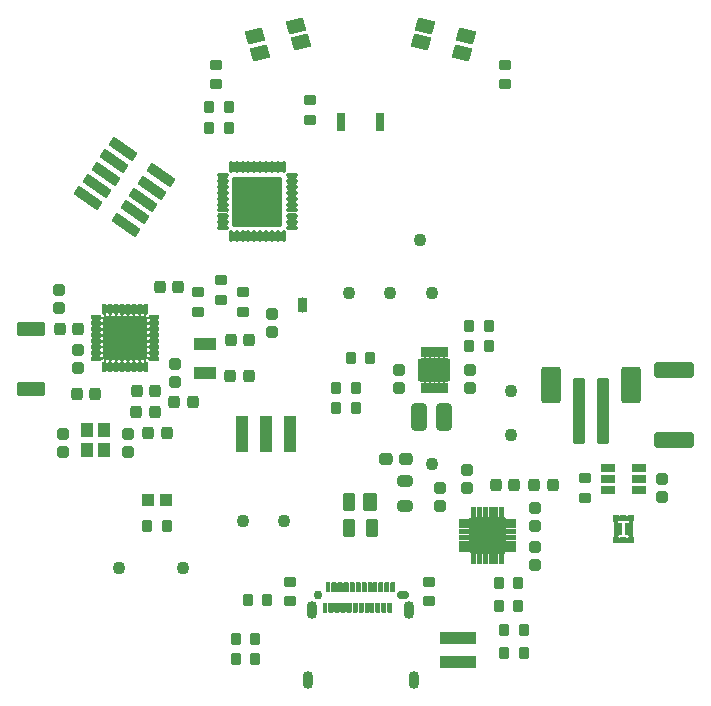
<source format=gbr>
%TF.GenerationSoftware,KiCad,Pcbnew,6.0.7+dfsg-1~bpo11+1*%
%TF.CreationDate,2022-09-06T20:28:52+02:00*%
%TF.ProjectId,pcb,7063622e-6b69-4636-9164-5f7063625858,0.1*%
%TF.SameCoordinates,Original*%
%TF.FileFunction,Soldermask,Top*%
%TF.FilePolarity,Negative*%
%FSLAX46Y46*%
G04 Gerber Fmt 4.6, Leading zero omitted, Abs format (unit mm)*
G04 Created by KiCad (PCBNEW 6.0.7+dfsg-1~bpo11+1) date 2022-09-06 20:28:52*
%MOMM*%
%LPD*%
G01*
G04 APERTURE LIST*
G04 Aperture macros list*
%AMRoundRect*
0 Rectangle with rounded corners*
0 $1 Rounding radius*
0 $2 $3 $4 $5 $6 $7 $8 $9 X,Y pos of 4 corners*
0 Add a 4 corners polygon primitive as box body*
4,1,4,$2,$3,$4,$5,$6,$7,$8,$9,$2,$3,0*
0 Add four circle primitives for the rounded corners*
1,1,$1+$1,$2,$3*
1,1,$1+$1,$4,$5*
1,1,$1+$1,$6,$7*
1,1,$1+$1,$8,$9*
0 Add four rect primitives between the rounded corners*
20,1,$1+$1,$2,$3,$4,$5,0*
20,1,$1+$1,$4,$5,$6,$7,0*
20,1,$1+$1,$6,$7,$8,$9,0*
20,1,$1+$1,$8,$9,$2,$3,0*%
G04 Aperture macros list end*
%ADD10RoundRect,0.050000X1.200941X-0.377014X-0.765023X0.999570X-1.200941X0.377014X0.765023X-0.999570X0*%
%ADD11RoundRect,0.050000X0.475000X-0.475000X0.475000X0.475000X-0.475000X0.475000X-0.475000X-0.475000X0*%
%ADD12RoundRect,0.050000X0.900000X-0.500000X0.900000X0.500000X-0.900000X0.500000X-0.900000X-0.500000X0*%
%ADD13RoundRect,0.050000X0.400000X-0.150000X0.400000X0.150000X-0.400000X0.150000X-0.400000X-0.150000X0*%
%ADD14RoundRect,0.050000X-0.150000X-0.400000X0.150000X-0.400000X0.150000X0.400000X-0.150000X0.400000X0*%
%ADD15RoundRect,0.050000X-1.400000X-1.400000X1.400000X-1.400000X1.400000X1.400000X-1.400000X1.400000X0*%
%ADD16RoundRect,0.275000X0.225000X0.250000X-0.225000X0.250000X-0.225000X-0.250000X0.225000X-0.250000X0*%
%ADD17C,1.100000*%
%ADD18RoundRect,0.300000X-0.250000X-2.500000X0.250000X-2.500000X0.250000X2.500000X-0.250000X2.500000X0*%
%ADD19RoundRect,0.300000X-0.550000X-1.250000X0.550000X-1.250000X0.550000X1.250000X-0.550000X1.250000X0*%
%ADD20RoundRect,0.250000X0.200000X0.275000X-0.200000X0.275000X-0.200000X-0.275000X0.200000X-0.275000X0*%
%ADD21RoundRect,0.050000X0.125000X0.150000X-0.125000X0.150000X-0.125000X-0.150000X0.125000X-0.150000X0*%
%ADD22RoundRect,0.275000X0.250000X-0.225000X0.250000X0.225000X-0.250000X0.225000X-0.250000X-0.225000X0*%
%ADD23RoundRect,0.250000X-0.275000X0.200000X-0.275000X-0.200000X0.275000X-0.200000X0.275000X0.200000X0*%
%ADD24RoundRect,0.250000X-0.200000X-0.275000X0.200000X-0.275000X0.200000X0.275000X-0.200000X0.275000X0*%
%ADD25RoundRect,0.275000X-0.250000X0.225000X-0.250000X-0.225000X0.250000X-0.225000X0.250000X0.225000X0*%
%ADD26RoundRect,0.250000X0.275000X-0.200000X0.275000X0.200000X-0.275000X0.200000X-0.275000X-0.200000X0*%
%ADD27RoundRect,0.050000X0.809153X0.333012X-0.546254X0.683544X-0.809153X-0.333012X0.546254X-0.683544X0*%
%ADD28RoundRect,0.112500X0.337500X0.062500X-0.337500X0.062500X-0.337500X-0.062500X0.337500X-0.062500X0*%
%ADD29RoundRect,0.112500X0.062500X0.337500X-0.062500X0.337500X-0.062500X-0.337500X0.062500X-0.337500X0*%
%ADD30RoundRect,0.050000X1.800000X1.800000X-1.800000X1.800000X-1.800000X-1.800000X1.800000X-1.800000X0*%
%ADD31O,1.050000X0.750000*%
%ADD32C,0.750000*%
%ADD33RoundRect,0.050000X-0.150000X-0.350000X0.150000X-0.350000X0.150000X0.350000X-0.150000X0.350000X0*%
%ADD34O,0.900000X1.500000*%
%ADD35RoundRect,0.300000X-0.375000X-0.850000X0.375000X-0.850000X0.375000X0.850000X-0.375000X0.850000X0*%
%ADD36RoundRect,0.050000X0.275000X0.750000X-0.275000X0.750000X-0.275000X-0.750000X0.275000X-0.750000X0*%
%ADD37RoundRect,0.050000X0.546254X0.683544X-0.809153X0.333012X-0.546254X-0.683544X0.809153X-0.333012X0*%
%ADD38RoundRect,0.268750X-0.218750X-0.256250X0.218750X-0.256250X0.218750X0.256250X-0.218750X0.256250X0*%
%ADD39RoundRect,0.268750X-0.381250X0.218750X-0.381250X-0.218750X0.381250X-0.218750X0.381250X0.218750X0*%
%ADD40RoundRect,0.112500X-0.375000X-0.062500X0.375000X-0.062500X0.375000X0.062500X-0.375000X0.062500X0*%
%ADD41RoundRect,0.112500X-0.062500X-0.375000X0.062500X-0.375000X0.062500X0.375000X-0.062500X0.375000X0*%
%ADD42RoundRect,0.050000X-2.050000X-2.050000X2.050000X-2.050000X2.050000X2.050000X-2.050000X2.050000X0*%
%ADD43RoundRect,0.275000X-0.225000X-0.250000X0.225000X-0.250000X0.225000X0.250000X-0.225000X0.250000X0*%
%ADD44RoundRect,0.050000X-0.500000X0.575000X-0.500000X-0.575000X0.500000X-0.575000X0.500000X0.575000X0*%
%ADD45RoundRect,0.268750X0.218750X0.256250X-0.218750X0.256250X-0.218750X-0.256250X0.218750X-0.256250X0*%
%ADD46RoundRect,0.050000X0.550000X0.700000X-0.550000X0.700000X-0.550000X-0.700000X0.550000X-0.700000X0*%
%ADD47RoundRect,0.050000X0.450000X0.700000X-0.450000X0.700000X-0.450000X-0.700000X0.450000X-0.700000X0*%
%ADD48RoundRect,0.050000X0.200000X0.212500X-0.200000X0.212500X-0.200000X-0.212500X0.200000X-0.212500X0*%
%ADD49RoundRect,0.050000X0.325000X0.450000X-0.325000X0.450000X-0.325000X-0.450000X0.325000X-0.450000X0*%
%ADD50RoundRect,0.050000X0.100000X0.400000X-0.100000X0.400000X-0.100000X-0.400000X0.100000X-0.400000X0*%
%ADD51RoundRect,0.050000X1.275000X-0.900000X1.275000X0.900000X-1.275000X0.900000X-1.275000X-0.900000X0*%
%ADD52RoundRect,0.050000X-0.500000X-1.500000X0.500000X-1.500000X0.500000X1.500000X-0.500000X1.500000X0*%
%ADD53RoundRect,0.050000X-1.500000X0.500000X-1.500000X-0.500000X1.500000X-0.500000X1.500000X0.500000X0*%
%ADD54RoundRect,0.050000X0.575000X-0.300000X0.575000X0.300000X-0.575000X0.300000X-0.575000X-0.300000X0*%
%ADD55RoundRect,0.300000X1.425000X-0.362500X1.425000X0.362500X-1.425000X0.362500X-1.425000X-0.362500X0*%
%ADD56RoundRect,0.050000X-1.100000X0.550000X-1.100000X-0.550000X1.100000X-0.550000X1.100000X0.550000X0*%
%ADD57RoundRect,0.287500X-0.287500X-0.237500X0.287500X-0.237500X0.287500X0.237500X-0.287500X0.237500X0*%
G04 APERTURE END LIST*
D10*
%TO.C,X5*%
X130140462Y-88699120D03*
X126945769Y-86462172D03*
X130868904Y-87658797D03*
X127674211Y-85421849D03*
X131597346Y-86618474D03*
X128402654Y-84381526D03*
X132325789Y-85578151D03*
X129131096Y-83341203D03*
X133054231Y-84537828D03*
X129859538Y-82300880D03*
%TD*%
D11*
%TO.C,V7*%
X132000000Y-112000000D03*
X133500000Y-112000000D03*
%TD*%
D12*
%TO.C,Y2*%
X136798000Y-98798000D03*
X136798000Y-101298000D03*
%TD*%
D13*
%TO.C,V5*%
X158750000Y-113750000D03*
X158750000Y-114250000D03*
X158750000Y-114750000D03*
X158750000Y-115250000D03*
X158750000Y-115750000D03*
X158750000Y-116250000D03*
D14*
X159500000Y-117000000D03*
X160000000Y-117000000D03*
X160500000Y-117000000D03*
X161000000Y-117000000D03*
X161500000Y-117000000D03*
X162000000Y-117000000D03*
D13*
X162750000Y-116250000D03*
X162750000Y-115750000D03*
X162750000Y-115250000D03*
X162750000Y-114750000D03*
X162750000Y-114250000D03*
X162750000Y-113750000D03*
D14*
X162000000Y-113000000D03*
X161500000Y-113000000D03*
X161000000Y-113000000D03*
X160500000Y-113000000D03*
X160000000Y-113000000D03*
X159500000Y-113000000D03*
D15*
X160750000Y-115000000D03*
%TD*%
D16*
%TO.C,C10*%
X135775000Y-103750000D03*
X134225000Y-103750000D03*
%TD*%
D17*
%TO.C,TP2*%
X155000000Y-90000000D03*
%TD*%
D18*
%TO.C,X2*%
X168500000Y-104500000D03*
X170500000Y-104500000D03*
D19*
X166100000Y-102250000D03*
X172900000Y-102250000D03*
%TD*%
D20*
%TO.C,R25*%
X150825000Y-100000000D03*
X149175000Y-100000000D03*
%TD*%
D21*
%TO.C,V32*%
X145307000Y-95964000D03*
X145307000Y-95504000D03*
X145307000Y-95044000D03*
X144867000Y-95044000D03*
X144867000Y-95504000D03*
X144867000Y-95964000D03*
%TD*%
D22*
%TO.C,C5*%
X156750000Y-112525000D03*
X156750000Y-110975000D03*
%TD*%
D23*
%TO.C,R23*%
X138176000Y-93409000D03*
X138176000Y-95059000D03*
%TD*%
D24*
%TO.C,R7*%
X159175000Y-99000000D03*
X160825000Y-99000000D03*
%TD*%
D17*
%TO.C,TP10*%
X140000000Y-113750000D03*
%TD*%
D25*
%TO.C,C20*%
X142494000Y-96253000D03*
X142494000Y-97803000D03*
%TD*%
D26*
%TO.C,R18*%
X162250000Y-76825000D03*
X162250000Y-75175000D03*
%TD*%
%TO.C,R1*%
X155750000Y-120575000D03*
X155750000Y-118925000D03*
%TD*%
D27*
%TO.C,S3*%
X155438860Y-71847409D03*
X158924191Y-72748777D03*
X158561140Y-74152591D03*
X155075809Y-73251223D03*
%TD*%
D25*
%TO.C,C16*%
X134250000Y-100475000D03*
X134250000Y-102025000D03*
%TD*%
D28*
%TO.C,V6*%
X132498000Y-100048000D03*
X132498000Y-99548000D03*
X132498000Y-99048000D03*
X132498000Y-98548000D03*
X132498000Y-98048000D03*
X132498000Y-97548000D03*
X132498000Y-97048000D03*
X132498000Y-96548000D03*
D29*
X131798000Y-95848000D03*
X131298000Y-95848000D03*
X130798000Y-95848000D03*
X130298000Y-95848000D03*
X129798000Y-95848000D03*
X129298000Y-95848000D03*
X128798000Y-95848000D03*
X128298000Y-95848000D03*
D28*
X127598000Y-96548000D03*
X127598000Y-97048000D03*
X127598000Y-97548000D03*
X127598000Y-98048000D03*
X127598000Y-98548000D03*
X127598000Y-99048000D03*
X127598000Y-99548000D03*
X127598000Y-100048000D03*
D29*
X128298000Y-100748000D03*
X128798000Y-100748000D03*
X129298000Y-100748000D03*
X129798000Y-100748000D03*
X130298000Y-100748000D03*
X130798000Y-100748000D03*
X131298000Y-100748000D03*
X131798000Y-100748000D03*
D30*
X130048000Y-98298000D03*
%TD*%
D24*
%TO.C,R13*%
X162175000Y-125000000D03*
X163825000Y-125000000D03*
%TD*%
D22*
%TO.C,C9*%
X124798000Y-107948000D03*
X124798000Y-106398000D03*
%TD*%
D26*
%TO.C,R17*%
X137750000Y-76825000D03*
X137750000Y-75175000D03*
%TD*%
D17*
%TO.C,TP6*%
X129500000Y-117750000D03*
%TD*%
D24*
%TO.C,R20*%
X147925000Y-102500000D03*
X149575000Y-102500000D03*
%TD*%
D23*
%TO.C,R2*%
X144000000Y-118925000D03*
X144000000Y-120575000D03*
%TD*%
D31*
%TO.C,X1*%
X153600000Y-120080000D03*
D32*
X146400000Y-120080000D03*
D33*
X147250000Y-119420000D03*
X147750000Y-119420000D03*
X148250000Y-119420000D03*
X148750000Y-119420000D03*
X149250000Y-119420000D03*
X149750000Y-119420000D03*
X150250000Y-119420000D03*
X150750000Y-119420000D03*
X151250000Y-119420000D03*
X151750000Y-119420000D03*
X152250000Y-119420000D03*
X152750000Y-119420000D03*
X152500000Y-121120000D03*
X152000000Y-121120000D03*
X151500000Y-121120000D03*
X151000000Y-121120000D03*
X150500000Y-121120000D03*
X150000000Y-121120000D03*
X149500000Y-121120000D03*
X149000000Y-121120000D03*
X148500000Y-121120000D03*
X148000000Y-121120000D03*
X147500000Y-121120000D03*
X147000000Y-121120000D03*
D34*
X154130000Y-121330000D03*
X145510000Y-127280000D03*
X145870000Y-121330000D03*
X154490000Y-127280000D03*
%TD*%
D35*
%TO.C,L2*%
X154925000Y-105000000D03*
X157075000Y-105000000D03*
%TD*%
D17*
%TO.C,TP4*%
X162750000Y-106500000D03*
%TD*%
D36*
%TO.C,S1*%
X148375000Y-80000000D03*
X151625000Y-80000000D03*
%TD*%
D25*
%TO.C,C1*%
X175500000Y-110225000D03*
X175500000Y-111775000D03*
%TD*%
D37*
%TO.C,S2*%
X144561140Y-71847409D03*
X141075809Y-72748777D03*
X144924191Y-73251223D03*
X141438860Y-74152591D03*
%TD*%
D25*
%TO.C,C15*%
X126048000Y-99273000D03*
X126048000Y-100823000D03*
%TD*%
D38*
%TO.C,L1*%
X164712500Y-110750000D03*
X166287500Y-110750000D03*
%TD*%
D22*
%TO.C,C8*%
X164750000Y-114250000D03*
X164750000Y-112700000D03*
%TD*%
D24*
%TO.C,R21*%
X131925000Y-114250000D03*
X133575000Y-114250000D03*
%TD*%
D17*
%TO.C,TP3*%
X162750000Y-102750000D03*
%TD*%
D39*
%TO.C,FB1*%
X153750000Y-110437500D03*
X153750000Y-112562500D03*
%TD*%
D17*
%TO.C,TP1*%
X135000000Y-117750000D03*
%TD*%
%TO.C,TP5*%
X156000000Y-109000000D03*
%TD*%
D20*
%TO.C,R24*%
X138825000Y-78750000D03*
X137175000Y-78750000D03*
%TD*%
D40*
%TO.C,V33*%
X138312500Y-84500000D03*
X138312500Y-85000000D03*
X138312500Y-85500000D03*
X138312500Y-86000000D03*
X138312500Y-86500000D03*
X138312500Y-87000000D03*
X138312500Y-87500000D03*
X138312500Y-88000000D03*
X138312500Y-88500000D03*
X138312500Y-89000000D03*
D41*
X139000000Y-89687500D03*
X139500000Y-89687500D03*
X140000000Y-89687500D03*
X140500000Y-89687500D03*
X141000000Y-89687500D03*
X141500000Y-89687500D03*
X142000000Y-89687500D03*
X142500000Y-89687500D03*
X143000000Y-89687500D03*
X143500000Y-89687500D03*
D40*
X144187500Y-89000000D03*
X144187500Y-88500000D03*
X144187500Y-88000000D03*
X144187500Y-87500000D03*
X144187500Y-87000000D03*
X144187500Y-86500000D03*
X144187500Y-86000000D03*
X144187500Y-85500000D03*
X144187500Y-85000000D03*
X144187500Y-84500000D03*
D41*
X143500000Y-83812500D03*
X143000000Y-83812500D03*
X142500000Y-83812500D03*
X142000000Y-83812500D03*
X141500000Y-83812500D03*
X141000000Y-83812500D03*
X140500000Y-83812500D03*
X140000000Y-83812500D03*
X139500000Y-83812500D03*
X139000000Y-83812500D03*
D42*
X141250000Y-86750000D03*
%TD*%
D43*
%TO.C,C2*%
X161475000Y-110750000D03*
X163025000Y-110750000D03*
%TD*%
D44*
%TO.C,Y1*%
X126848000Y-106048000D03*
X126848000Y-107798000D03*
X128248000Y-107798000D03*
X128248000Y-106048000D03*
%TD*%
D20*
%TO.C,R22*%
X138825000Y-80500000D03*
X137175000Y-80500000D03*
%TD*%
D17*
%TO.C,TP7*%
X152500000Y-94500000D03*
%TD*%
D22*
%TO.C,C6*%
X159250000Y-102525000D03*
X159250000Y-100975000D03*
%TD*%
D17*
%TO.C,TP8*%
X156000000Y-94500000D03*
%TD*%
D16*
%TO.C,C19*%
X140573000Y-98500000D03*
X139023000Y-98500000D03*
%TD*%
D20*
%TO.C,R12*%
X163825000Y-123000000D03*
X162175000Y-123000000D03*
%TD*%
D26*
%TO.C,R3*%
X169000000Y-111825000D03*
X169000000Y-110175000D03*
%TD*%
D24*
%TO.C,R6*%
X159175000Y-97250000D03*
X160825000Y-97250000D03*
%TD*%
D20*
%TO.C,R11*%
X163325000Y-119000000D03*
X161675000Y-119000000D03*
%TD*%
D45*
%TO.C,L3*%
X132585500Y-104548000D03*
X131010500Y-104548000D03*
%TD*%
D20*
%TO.C,R5*%
X142075000Y-120500000D03*
X140425000Y-120500000D03*
%TD*%
D46*
%TO.C,V3*%
X150750000Y-112150000D03*
D47*
X149050000Y-112150000D03*
X149050000Y-114350000D03*
X150950000Y-114350000D03*
%TD*%
D48*
%TO.C,V2*%
X172900000Y-113562000D03*
X172250000Y-113562000D03*
X171600000Y-113562000D03*
X171600000Y-115438000D03*
X172250000Y-115438000D03*
X172900000Y-115438000D03*
D49*
X171775000Y-114500000D03*
X172725000Y-114500000D03*
%TD*%
D43*
%TO.C,C12*%
X132975000Y-94000000D03*
X134525000Y-94000000D03*
%TD*%
D50*
%TO.C,V4*%
X155250000Y-102500000D03*
X155650000Y-102500000D03*
X156050000Y-102500000D03*
X156450000Y-102500000D03*
X156850000Y-102500000D03*
X157250000Y-102500000D03*
X157250000Y-99500000D03*
X156850000Y-99500000D03*
X156450000Y-99500000D03*
X156050000Y-99500000D03*
X155650000Y-99500000D03*
X155250000Y-99500000D03*
D51*
X156250000Y-101000000D03*
%TD*%
D38*
%TO.C,L5*%
X124510500Y-97536000D03*
X126085500Y-97536000D03*
%TD*%
D17*
%TO.C,TP9*%
X143500000Y-113750000D03*
%TD*%
D43*
%TO.C,C13*%
X131023000Y-102798000D03*
X132573000Y-102798000D03*
%TD*%
D20*
%TO.C,R19*%
X149575000Y-104250000D03*
X147925000Y-104250000D03*
%TD*%
D52*
%TO.C,X4*%
X139986000Y-106426000D03*
X141986000Y-106426000D03*
X143986000Y-106426000D03*
%TD*%
D23*
%TO.C,R16*%
X145750000Y-78175000D03*
X145750000Y-79825000D03*
%TD*%
D17*
%TO.C,TP11*%
X149000000Y-94500000D03*
%TD*%
D53*
%TO.C,X3*%
X158250000Y-123714000D03*
X158250000Y-125714000D03*
%TD*%
D54*
%TO.C,V1*%
X170950000Y-109300000D03*
X170950000Y-110250000D03*
X170950000Y-111200000D03*
X173550000Y-111200000D03*
X173550000Y-110250000D03*
X173550000Y-109300000D03*
%TD*%
D24*
%TO.C,R8*%
X139425000Y-123750000D03*
X141075000Y-123750000D03*
%TD*%
D38*
%TO.C,L4*%
X132010500Y-106298000D03*
X133585500Y-106298000D03*
%TD*%
D23*
%TO.C,R15*%
X136250000Y-94425000D03*
X136250000Y-96075000D03*
%TD*%
D24*
%TO.C,R9*%
X139425000Y-125500000D03*
X141075000Y-125500000D03*
%TD*%
D16*
%TO.C,C11*%
X127525000Y-103000000D03*
X125975000Y-103000000D03*
%TD*%
D55*
%TO.C,R4*%
X176500000Y-106962500D03*
X176500000Y-101037500D03*
%TD*%
D56*
%TO.C,AE1*%
X122048000Y-97498000D03*
X122048000Y-102598000D03*
%TD*%
D25*
%TO.C,C7*%
X164750000Y-115950000D03*
X164750000Y-117500000D03*
%TD*%
D16*
%TO.C,C17*%
X140525000Y-101500000D03*
X138975000Y-101500000D03*
%TD*%
D25*
%TO.C,C4*%
X153250000Y-100975000D03*
X153250000Y-102525000D03*
%TD*%
D22*
%TO.C,C18*%
X124500000Y-95775000D03*
X124500000Y-94225000D03*
%TD*%
D23*
%TO.C,R14*%
X140000000Y-94425000D03*
X140000000Y-96075000D03*
%TD*%
D22*
%TO.C,C14*%
X130298000Y-107948000D03*
X130298000Y-106398000D03*
%TD*%
%TO.C,C3*%
X159000000Y-111025000D03*
X159000000Y-109475000D03*
%TD*%
D20*
%TO.C,R10*%
X163325000Y-121000000D03*
X161675000Y-121000000D03*
%TD*%
D57*
%TO.C,F1*%
X152125000Y-108500000D03*
X153875000Y-108500000D03*
%TD*%
G36*
X151689255Y-120737155D02*
G01*
X151695291Y-120741189D01*
X151753885Y-120757714D01*
X151804675Y-120741212D01*
X151810745Y-120737155D01*
X151812740Y-120737024D01*
X151813852Y-120738687D01*
X151813519Y-120739929D01*
X151805691Y-120751645D01*
X151802000Y-120770199D01*
X151802000Y-121469801D01*
X151805691Y-121488355D01*
X151813519Y-121500071D01*
X151813650Y-121502067D01*
X151811987Y-121503178D01*
X151810745Y-121502845D01*
X151804709Y-121498811D01*
X151746115Y-121482286D01*
X151695325Y-121498788D01*
X151689255Y-121502845D01*
X151687260Y-121502976D01*
X151686148Y-121501313D01*
X151686481Y-121500071D01*
X151694309Y-121488355D01*
X151698000Y-121469801D01*
X151698000Y-120770199D01*
X151694309Y-120751645D01*
X151686481Y-120739929D01*
X151686350Y-120737933D01*
X151688013Y-120736822D01*
X151689255Y-120737155D01*
G37*
G36*
X149189255Y-120737155D02*
G01*
X149195291Y-120741189D01*
X149253885Y-120757714D01*
X149304675Y-120741212D01*
X149310745Y-120737155D01*
X149312740Y-120737024D01*
X149313852Y-120738687D01*
X149313519Y-120739929D01*
X149305691Y-120751645D01*
X149302000Y-120770199D01*
X149302000Y-121469801D01*
X149305691Y-121488355D01*
X149313519Y-121500071D01*
X149313650Y-121502067D01*
X149311987Y-121503178D01*
X149310745Y-121502845D01*
X149304709Y-121498811D01*
X149246115Y-121482286D01*
X149195325Y-121498788D01*
X149189255Y-121502845D01*
X149187260Y-121502976D01*
X149186148Y-121501313D01*
X149186481Y-121500071D01*
X149194309Y-121488355D01*
X149198000Y-121469801D01*
X149198000Y-120770199D01*
X149194309Y-120751645D01*
X149186481Y-120739929D01*
X149186350Y-120737933D01*
X149188013Y-120736822D01*
X149189255Y-120737155D01*
G37*
G36*
X147189255Y-120737155D02*
G01*
X147195291Y-120741189D01*
X147253885Y-120757714D01*
X147304675Y-120741212D01*
X147310745Y-120737155D01*
X147312740Y-120737024D01*
X147313852Y-120738687D01*
X147313519Y-120739929D01*
X147305691Y-120751645D01*
X147302000Y-120770199D01*
X147302000Y-121469801D01*
X147305691Y-121488355D01*
X147313519Y-121500071D01*
X147313650Y-121502067D01*
X147311987Y-121503178D01*
X147310745Y-121502845D01*
X147304709Y-121498811D01*
X147246115Y-121482286D01*
X147195325Y-121498788D01*
X147189255Y-121502845D01*
X147187260Y-121502976D01*
X147186148Y-121501313D01*
X147186481Y-121500071D01*
X147194309Y-121488355D01*
X147198000Y-121469801D01*
X147198000Y-120770199D01*
X147194309Y-120751645D01*
X147186481Y-120739929D01*
X147186350Y-120737933D01*
X147188013Y-120736822D01*
X147189255Y-120737155D01*
G37*
G36*
X148189255Y-120737155D02*
G01*
X148195291Y-120741189D01*
X148253885Y-120757714D01*
X148304675Y-120741212D01*
X148310745Y-120737155D01*
X148312740Y-120737024D01*
X148313852Y-120738687D01*
X148313519Y-120739929D01*
X148305691Y-120751645D01*
X148302000Y-120770199D01*
X148302000Y-121469801D01*
X148305691Y-121488355D01*
X148313519Y-121500071D01*
X148313650Y-121502067D01*
X148311987Y-121503178D01*
X148310745Y-121502845D01*
X148304709Y-121498811D01*
X148246115Y-121482286D01*
X148195325Y-121498788D01*
X148189255Y-121502845D01*
X148187260Y-121502976D01*
X148186148Y-121501313D01*
X148186481Y-121500071D01*
X148194309Y-121488355D01*
X148198000Y-121469801D01*
X148198000Y-120770199D01*
X148194309Y-120751645D01*
X148186481Y-120739929D01*
X148186350Y-120737933D01*
X148188013Y-120736822D01*
X148189255Y-120737155D01*
G37*
G36*
X150189255Y-120737155D02*
G01*
X150195291Y-120741189D01*
X150253885Y-120757714D01*
X150304675Y-120741212D01*
X150310745Y-120737155D01*
X150312740Y-120737024D01*
X150313852Y-120738687D01*
X150313519Y-120739929D01*
X150305691Y-120751645D01*
X150302000Y-120770199D01*
X150302000Y-121469801D01*
X150305691Y-121488355D01*
X150313519Y-121500071D01*
X150313650Y-121502067D01*
X150311987Y-121503178D01*
X150310745Y-121502845D01*
X150304709Y-121498811D01*
X150246115Y-121482286D01*
X150195325Y-121498788D01*
X150189255Y-121502845D01*
X150187260Y-121502976D01*
X150186148Y-121501313D01*
X150186481Y-121500071D01*
X150194309Y-121488355D01*
X150198000Y-121469801D01*
X150198000Y-120770199D01*
X150194309Y-120751645D01*
X150186481Y-120739929D01*
X150186350Y-120737933D01*
X150188013Y-120736822D01*
X150189255Y-120737155D01*
G37*
G36*
X152189255Y-120737155D02*
G01*
X152195291Y-120741189D01*
X152253885Y-120757714D01*
X152304675Y-120741212D01*
X152310745Y-120737155D01*
X152312740Y-120737024D01*
X152313852Y-120738687D01*
X152313519Y-120739929D01*
X152305691Y-120751645D01*
X152302000Y-120770199D01*
X152302000Y-121469801D01*
X152305691Y-121488355D01*
X152313519Y-121500071D01*
X152313650Y-121502067D01*
X152311987Y-121503178D01*
X152310745Y-121502845D01*
X152304709Y-121498811D01*
X152246115Y-121482286D01*
X152195325Y-121498788D01*
X152189255Y-121502845D01*
X152187260Y-121502976D01*
X152186148Y-121501313D01*
X152186481Y-121500071D01*
X152194309Y-121488355D01*
X152198000Y-121469801D01*
X152198000Y-120770199D01*
X152194309Y-120751645D01*
X152186481Y-120739929D01*
X152186350Y-120737933D01*
X152188013Y-120736822D01*
X152189255Y-120737155D01*
G37*
G36*
X151189255Y-120737155D02*
G01*
X151195291Y-120741189D01*
X151253885Y-120757714D01*
X151304675Y-120741212D01*
X151310745Y-120737155D01*
X151312740Y-120737024D01*
X151313852Y-120738687D01*
X151313519Y-120739929D01*
X151305691Y-120751645D01*
X151302000Y-120770199D01*
X151302000Y-121469801D01*
X151305691Y-121488355D01*
X151313519Y-121500071D01*
X151313650Y-121502067D01*
X151311987Y-121503178D01*
X151310745Y-121502845D01*
X151304709Y-121498811D01*
X151246115Y-121482286D01*
X151195325Y-121498788D01*
X151189255Y-121502845D01*
X151187260Y-121502976D01*
X151186148Y-121501313D01*
X151186481Y-121500071D01*
X151194309Y-121488355D01*
X151198000Y-121469801D01*
X151198000Y-120770199D01*
X151194309Y-120751645D01*
X151186481Y-120739929D01*
X151186350Y-120737933D01*
X151188013Y-120736822D01*
X151189255Y-120737155D01*
G37*
G36*
X147689255Y-120737155D02*
G01*
X147695291Y-120741189D01*
X147753885Y-120757714D01*
X147804675Y-120741212D01*
X147810745Y-120737155D01*
X147812740Y-120737024D01*
X147813852Y-120738687D01*
X147813519Y-120739929D01*
X147805691Y-120751645D01*
X147802000Y-120770199D01*
X147802000Y-121469801D01*
X147805691Y-121488355D01*
X147813519Y-121500071D01*
X147813650Y-121502067D01*
X147811987Y-121503178D01*
X147810745Y-121502845D01*
X147804709Y-121498811D01*
X147746115Y-121482286D01*
X147695325Y-121498788D01*
X147689255Y-121502845D01*
X147687260Y-121502976D01*
X147686148Y-121501313D01*
X147686481Y-121500071D01*
X147694309Y-121488355D01*
X147698000Y-121469801D01*
X147698000Y-120770199D01*
X147694309Y-120751645D01*
X147686481Y-120739929D01*
X147686350Y-120737933D01*
X147688013Y-120736822D01*
X147689255Y-120737155D01*
G37*
G36*
X150689255Y-120737155D02*
G01*
X150695291Y-120741189D01*
X150753885Y-120757714D01*
X150804675Y-120741212D01*
X150810745Y-120737155D01*
X150812740Y-120737024D01*
X150813852Y-120738687D01*
X150813519Y-120739929D01*
X150805691Y-120751645D01*
X150802000Y-120770199D01*
X150802000Y-121469801D01*
X150805691Y-121488355D01*
X150813519Y-121500071D01*
X150813650Y-121502067D01*
X150811987Y-121503178D01*
X150810745Y-121502845D01*
X150804709Y-121498811D01*
X150746115Y-121482286D01*
X150695325Y-121498788D01*
X150689255Y-121502845D01*
X150687260Y-121502976D01*
X150686148Y-121501313D01*
X150686481Y-121500071D01*
X150694309Y-121488355D01*
X150698000Y-121469801D01*
X150698000Y-120770199D01*
X150694309Y-120751645D01*
X150686481Y-120739929D01*
X150686350Y-120737933D01*
X150688013Y-120736822D01*
X150689255Y-120737155D01*
G37*
G36*
X149689255Y-120737155D02*
G01*
X149695291Y-120741189D01*
X149753885Y-120757714D01*
X149804675Y-120741212D01*
X149810745Y-120737155D01*
X149812740Y-120737024D01*
X149813852Y-120738687D01*
X149813519Y-120739929D01*
X149805691Y-120751645D01*
X149802000Y-120770199D01*
X149802000Y-121469801D01*
X149805691Y-121488355D01*
X149813519Y-121500071D01*
X149813650Y-121502067D01*
X149811987Y-121503178D01*
X149810745Y-121502845D01*
X149804709Y-121498811D01*
X149746115Y-121482286D01*
X149695325Y-121498788D01*
X149689255Y-121502845D01*
X149687260Y-121502976D01*
X149686148Y-121501313D01*
X149686481Y-121500071D01*
X149694309Y-121488355D01*
X149698000Y-121469801D01*
X149698000Y-120770199D01*
X149694309Y-120751645D01*
X149686481Y-120739929D01*
X149686350Y-120737933D01*
X149688013Y-120736822D01*
X149689255Y-120737155D01*
G37*
G36*
X148689255Y-120737155D02*
G01*
X148695291Y-120741189D01*
X148753885Y-120757714D01*
X148804675Y-120741212D01*
X148810745Y-120737155D01*
X148812740Y-120737024D01*
X148813852Y-120738687D01*
X148813519Y-120739929D01*
X148805691Y-120751645D01*
X148802000Y-120770199D01*
X148802000Y-121469801D01*
X148805691Y-121488355D01*
X148813519Y-121500071D01*
X148813650Y-121502067D01*
X148811987Y-121503178D01*
X148810745Y-121502845D01*
X148804709Y-121498811D01*
X148746115Y-121482286D01*
X148695325Y-121498788D01*
X148689255Y-121502845D01*
X148687260Y-121502976D01*
X148686148Y-121501313D01*
X148686481Y-121500071D01*
X148694309Y-121488355D01*
X148698000Y-121469801D01*
X148698000Y-120770199D01*
X148694309Y-120751645D01*
X148686481Y-120739929D01*
X148686350Y-120737933D01*
X148688013Y-120736822D01*
X148689255Y-120737155D01*
G37*
G36*
X149939255Y-119037155D02*
G01*
X149945291Y-119041189D01*
X150003885Y-119057714D01*
X150054675Y-119041212D01*
X150060745Y-119037155D01*
X150062740Y-119037024D01*
X150063852Y-119038687D01*
X150063519Y-119039929D01*
X150055691Y-119051645D01*
X150052000Y-119070199D01*
X150052000Y-119769801D01*
X150055691Y-119788355D01*
X150063519Y-119800071D01*
X150063650Y-119802067D01*
X150061987Y-119803178D01*
X150060745Y-119802845D01*
X150054709Y-119798811D01*
X149996115Y-119782286D01*
X149945325Y-119798788D01*
X149939255Y-119802845D01*
X149937260Y-119802976D01*
X149936148Y-119801313D01*
X149936481Y-119800071D01*
X149944309Y-119788355D01*
X149948000Y-119769801D01*
X149948000Y-119070199D01*
X149944309Y-119051645D01*
X149936481Y-119039929D01*
X149936350Y-119037933D01*
X149938013Y-119036822D01*
X149939255Y-119037155D01*
G37*
G36*
X149439255Y-119037155D02*
G01*
X149445291Y-119041189D01*
X149503885Y-119057714D01*
X149554675Y-119041212D01*
X149560745Y-119037155D01*
X149562740Y-119037024D01*
X149563852Y-119038687D01*
X149563519Y-119039929D01*
X149555691Y-119051645D01*
X149552000Y-119070199D01*
X149552000Y-119769801D01*
X149555691Y-119788355D01*
X149563519Y-119800071D01*
X149563650Y-119802067D01*
X149561987Y-119803178D01*
X149560745Y-119802845D01*
X149554709Y-119798811D01*
X149496115Y-119782286D01*
X149445325Y-119798788D01*
X149439255Y-119802845D01*
X149437260Y-119802976D01*
X149436148Y-119801313D01*
X149436481Y-119800071D01*
X149444309Y-119788355D01*
X149448000Y-119769801D01*
X149448000Y-119070199D01*
X149444309Y-119051645D01*
X149436481Y-119039929D01*
X149436350Y-119037933D01*
X149438013Y-119036822D01*
X149439255Y-119037155D01*
G37*
G36*
X150439255Y-119037155D02*
G01*
X150445291Y-119041189D01*
X150503885Y-119057714D01*
X150554675Y-119041212D01*
X150560745Y-119037155D01*
X150562740Y-119037024D01*
X150563852Y-119038687D01*
X150563519Y-119039929D01*
X150555691Y-119051645D01*
X150552000Y-119070199D01*
X150552000Y-119769801D01*
X150555691Y-119788355D01*
X150563519Y-119800071D01*
X150563650Y-119802067D01*
X150561987Y-119803178D01*
X150560745Y-119802845D01*
X150554709Y-119798811D01*
X150496115Y-119782286D01*
X150445325Y-119798788D01*
X150439255Y-119802845D01*
X150437260Y-119802976D01*
X150436148Y-119801313D01*
X150436481Y-119800071D01*
X150444309Y-119788355D01*
X150448000Y-119769801D01*
X150448000Y-119070199D01*
X150444309Y-119051645D01*
X150436481Y-119039929D01*
X150436350Y-119037933D01*
X150438013Y-119036822D01*
X150439255Y-119037155D01*
G37*
G36*
X148939255Y-119037155D02*
G01*
X148945291Y-119041189D01*
X149003885Y-119057714D01*
X149054675Y-119041212D01*
X149060745Y-119037155D01*
X149062740Y-119037024D01*
X149063852Y-119038687D01*
X149063519Y-119039929D01*
X149055691Y-119051645D01*
X149052000Y-119070199D01*
X149052000Y-119769801D01*
X149055691Y-119788355D01*
X149063519Y-119800071D01*
X149063650Y-119802067D01*
X149061987Y-119803178D01*
X149060745Y-119802845D01*
X149054709Y-119798811D01*
X148996115Y-119782286D01*
X148945325Y-119798788D01*
X148939255Y-119802845D01*
X148937260Y-119802976D01*
X148936148Y-119801313D01*
X148936481Y-119800071D01*
X148944309Y-119788355D01*
X148948000Y-119769801D01*
X148948000Y-119070199D01*
X148944309Y-119051645D01*
X148936481Y-119039929D01*
X148936350Y-119037933D01*
X148938013Y-119036822D01*
X148939255Y-119037155D01*
G37*
G36*
X152439255Y-119037155D02*
G01*
X152445291Y-119041189D01*
X152503885Y-119057714D01*
X152554675Y-119041212D01*
X152560745Y-119037155D01*
X152562740Y-119037024D01*
X152563852Y-119038687D01*
X152563519Y-119039929D01*
X152555691Y-119051645D01*
X152552000Y-119070199D01*
X152552000Y-119769801D01*
X152555691Y-119788355D01*
X152563519Y-119800071D01*
X152563650Y-119802067D01*
X152561987Y-119803178D01*
X152560745Y-119802845D01*
X152554709Y-119798811D01*
X152496115Y-119782286D01*
X152445325Y-119798788D01*
X152439255Y-119802845D01*
X152437260Y-119802976D01*
X152436148Y-119801313D01*
X152436481Y-119800071D01*
X152444309Y-119788355D01*
X152448000Y-119769801D01*
X152448000Y-119070199D01*
X152444309Y-119051645D01*
X152436481Y-119039929D01*
X152436350Y-119037933D01*
X152438013Y-119036822D01*
X152439255Y-119037155D01*
G37*
G36*
X148439255Y-119037155D02*
G01*
X148445291Y-119041189D01*
X148503885Y-119057714D01*
X148554675Y-119041212D01*
X148560745Y-119037155D01*
X148562740Y-119037024D01*
X148563852Y-119038687D01*
X148563519Y-119039929D01*
X148555691Y-119051645D01*
X148552000Y-119070199D01*
X148552000Y-119769801D01*
X148555691Y-119788355D01*
X148563519Y-119800071D01*
X148563650Y-119802067D01*
X148561987Y-119803178D01*
X148560745Y-119802845D01*
X148554709Y-119798811D01*
X148496115Y-119782286D01*
X148445325Y-119798788D01*
X148439255Y-119802845D01*
X148437260Y-119802976D01*
X148436148Y-119801313D01*
X148436481Y-119800071D01*
X148444309Y-119788355D01*
X148448000Y-119769801D01*
X148448000Y-119070199D01*
X148444309Y-119051645D01*
X148436481Y-119039929D01*
X148436350Y-119037933D01*
X148438013Y-119036822D01*
X148439255Y-119037155D01*
G37*
G36*
X150939255Y-119037155D02*
G01*
X150945291Y-119041189D01*
X151003885Y-119057714D01*
X151054675Y-119041212D01*
X151060745Y-119037155D01*
X151062740Y-119037024D01*
X151063852Y-119038687D01*
X151063519Y-119039929D01*
X151055691Y-119051645D01*
X151052000Y-119070199D01*
X151052000Y-119769801D01*
X151055691Y-119788355D01*
X151063519Y-119800071D01*
X151063650Y-119802067D01*
X151061987Y-119803178D01*
X151060745Y-119802845D01*
X151054709Y-119798811D01*
X150996115Y-119782286D01*
X150945325Y-119798788D01*
X150939255Y-119802845D01*
X150937260Y-119802976D01*
X150936148Y-119801313D01*
X150936481Y-119800071D01*
X150944309Y-119788355D01*
X150948000Y-119769801D01*
X150948000Y-119070199D01*
X150944309Y-119051645D01*
X150936481Y-119039929D01*
X150936350Y-119037933D01*
X150938013Y-119036822D01*
X150939255Y-119037155D01*
G37*
G36*
X147439255Y-119037155D02*
G01*
X147445291Y-119041189D01*
X147503885Y-119057714D01*
X147554675Y-119041212D01*
X147560745Y-119037155D01*
X147562740Y-119037024D01*
X147563852Y-119038687D01*
X147563519Y-119039929D01*
X147555691Y-119051645D01*
X147552000Y-119070199D01*
X147552000Y-119769801D01*
X147555691Y-119788355D01*
X147563519Y-119800071D01*
X147563650Y-119802067D01*
X147561987Y-119803178D01*
X147560745Y-119802845D01*
X147554709Y-119798811D01*
X147496115Y-119782286D01*
X147445325Y-119798788D01*
X147439255Y-119802845D01*
X147437260Y-119802976D01*
X147436148Y-119801313D01*
X147436481Y-119800071D01*
X147444309Y-119788355D01*
X147448000Y-119769801D01*
X147448000Y-119070199D01*
X147444309Y-119051645D01*
X147436481Y-119039929D01*
X147436350Y-119037933D01*
X147438013Y-119036822D01*
X147439255Y-119037155D01*
G37*
G36*
X151439255Y-119037155D02*
G01*
X151445291Y-119041189D01*
X151503885Y-119057714D01*
X151554675Y-119041212D01*
X151560745Y-119037155D01*
X151562740Y-119037024D01*
X151563852Y-119038687D01*
X151563519Y-119039929D01*
X151555691Y-119051645D01*
X151552000Y-119070199D01*
X151552000Y-119769801D01*
X151555691Y-119788355D01*
X151563519Y-119800071D01*
X151563650Y-119802067D01*
X151561987Y-119803178D01*
X151560745Y-119802845D01*
X151554709Y-119798811D01*
X151496115Y-119782286D01*
X151445325Y-119798788D01*
X151439255Y-119802845D01*
X151437260Y-119802976D01*
X151436148Y-119801313D01*
X151436481Y-119800071D01*
X151444309Y-119788355D01*
X151448000Y-119769801D01*
X151448000Y-119070199D01*
X151444309Y-119051645D01*
X151436481Y-119039929D01*
X151436350Y-119037933D01*
X151438013Y-119036822D01*
X151439255Y-119037155D01*
G37*
G36*
X147939255Y-119037155D02*
G01*
X147945291Y-119041189D01*
X148003885Y-119057714D01*
X148054675Y-119041212D01*
X148060745Y-119037155D01*
X148062740Y-119037024D01*
X148063852Y-119038687D01*
X148063519Y-119039929D01*
X148055691Y-119051645D01*
X148052000Y-119070199D01*
X148052000Y-119769801D01*
X148055691Y-119788355D01*
X148063519Y-119800071D01*
X148063650Y-119802067D01*
X148061987Y-119803178D01*
X148060745Y-119802845D01*
X148054709Y-119798811D01*
X147996115Y-119782286D01*
X147945325Y-119798788D01*
X147939255Y-119802845D01*
X147937260Y-119802976D01*
X147936148Y-119801313D01*
X147936481Y-119800071D01*
X147944309Y-119788355D01*
X147948000Y-119769801D01*
X147948000Y-119070199D01*
X147944309Y-119051645D01*
X147936481Y-119039929D01*
X147936350Y-119037933D01*
X147938013Y-119036822D01*
X147939255Y-119037155D01*
G37*
G36*
X151939255Y-119037155D02*
G01*
X151945291Y-119041189D01*
X152003885Y-119057714D01*
X152054675Y-119041212D01*
X152060745Y-119037155D01*
X152062740Y-119037024D01*
X152063852Y-119038687D01*
X152063519Y-119039929D01*
X152055691Y-119051645D01*
X152052000Y-119070199D01*
X152052000Y-119769801D01*
X152055691Y-119788355D01*
X152063519Y-119800071D01*
X152063650Y-119802067D01*
X152061987Y-119803178D01*
X152060745Y-119802845D01*
X152054709Y-119798811D01*
X151996115Y-119782286D01*
X151945325Y-119798788D01*
X151939255Y-119802845D01*
X151937260Y-119802976D01*
X151936148Y-119801313D01*
X151936481Y-119800071D01*
X151944309Y-119788355D01*
X151948000Y-119769801D01*
X151948000Y-119070199D01*
X151944309Y-119051645D01*
X151936481Y-119039929D01*
X151936350Y-119037933D01*
X151938013Y-119036822D01*
X151939255Y-119037155D01*
G37*
G36*
X161689255Y-112567155D02*
G01*
X161695291Y-112571189D01*
X161753885Y-112587714D01*
X161804675Y-112571212D01*
X161810745Y-112567155D01*
X161812740Y-112567024D01*
X161813852Y-112568687D01*
X161813519Y-112569929D01*
X161805691Y-112581645D01*
X161802000Y-112600199D01*
X161802000Y-113399801D01*
X161805691Y-113418355D01*
X161816087Y-113433913D01*
X161831645Y-113444309D01*
X161850199Y-113448000D01*
X162149801Y-113448000D01*
X162168355Y-113444309D01*
X162183913Y-113433913D01*
X162191741Y-113422199D01*
X162193535Y-113421314D01*
X162195198Y-113422426D01*
X162195366Y-113423700D01*
X162192504Y-113438086D01*
X162192514Y-113438453D01*
X162182671Y-113473352D01*
X162203612Y-113530115D01*
X162253919Y-113563729D01*
X162314585Y-113561345D01*
X162320578Y-113558292D01*
X162322575Y-113558397D01*
X162323483Y-113560179D01*
X162322597Y-113561737D01*
X162316087Y-113566087D01*
X162305691Y-113581645D01*
X162302000Y-113600199D01*
X162302000Y-113899801D01*
X162305691Y-113918355D01*
X162316087Y-113933913D01*
X162331645Y-113944309D01*
X162350199Y-113948000D01*
X163149801Y-113948000D01*
X163168355Y-113944309D01*
X163180071Y-113936481D01*
X163182067Y-113936350D01*
X163183178Y-113938013D01*
X163182845Y-113939255D01*
X163178811Y-113945291D01*
X163162286Y-114003885D01*
X163178788Y-114054675D01*
X163182845Y-114060745D01*
X163182976Y-114062740D01*
X163181313Y-114063852D01*
X163180071Y-114063519D01*
X163168355Y-114055691D01*
X163149801Y-114052000D01*
X162350199Y-114052000D01*
X162331645Y-114055691D01*
X162316087Y-114066087D01*
X162305691Y-114081645D01*
X162302000Y-114100199D01*
X162302000Y-114399801D01*
X162305691Y-114418355D01*
X162316087Y-114433913D01*
X162331645Y-114444309D01*
X162350199Y-114448000D01*
X163149801Y-114448000D01*
X163168355Y-114444309D01*
X163180071Y-114436481D01*
X163182067Y-114436350D01*
X163183178Y-114438013D01*
X163182845Y-114439255D01*
X163178811Y-114445291D01*
X163162286Y-114503885D01*
X163178788Y-114554675D01*
X163182845Y-114560745D01*
X163182976Y-114562740D01*
X163181313Y-114563852D01*
X163180071Y-114563519D01*
X163168355Y-114555691D01*
X163149801Y-114552000D01*
X162350199Y-114552000D01*
X162331645Y-114555691D01*
X162316087Y-114566087D01*
X162305691Y-114581645D01*
X162302000Y-114600199D01*
X162302000Y-114899801D01*
X162305691Y-114918355D01*
X162316087Y-114933913D01*
X162331645Y-114944309D01*
X162350199Y-114948000D01*
X163149801Y-114948000D01*
X163168355Y-114944309D01*
X163180071Y-114936481D01*
X163182067Y-114936350D01*
X163183178Y-114938013D01*
X163182845Y-114939255D01*
X163178811Y-114945291D01*
X163162286Y-115003885D01*
X163178788Y-115054675D01*
X163182845Y-115060745D01*
X163182976Y-115062740D01*
X163181313Y-115063852D01*
X163180071Y-115063519D01*
X163168355Y-115055691D01*
X163149801Y-115052000D01*
X162350199Y-115052000D01*
X162331645Y-115055691D01*
X162316087Y-115066087D01*
X162305691Y-115081645D01*
X162302000Y-115100199D01*
X162302000Y-115399801D01*
X162305691Y-115418355D01*
X162316087Y-115433913D01*
X162331645Y-115444309D01*
X162350199Y-115448000D01*
X163149801Y-115448000D01*
X163168355Y-115444309D01*
X163180071Y-115436481D01*
X163182067Y-115436350D01*
X163183178Y-115438013D01*
X163182845Y-115439255D01*
X163178811Y-115445291D01*
X163162286Y-115503885D01*
X163178788Y-115554675D01*
X163182845Y-115560745D01*
X163182976Y-115562740D01*
X163181313Y-115563852D01*
X163180071Y-115563519D01*
X163168355Y-115555691D01*
X163149801Y-115552000D01*
X162350199Y-115552000D01*
X162331645Y-115555691D01*
X162316087Y-115566087D01*
X162305691Y-115581645D01*
X162302000Y-115600199D01*
X162302000Y-115899801D01*
X162305691Y-115918355D01*
X162316087Y-115933913D01*
X162331645Y-115944309D01*
X162350199Y-115948000D01*
X163149801Y-115948000D01*
X163168355Y-115944309D01*
X163180071Y-115936481D01*
X163182067Y-115936350D01*
X163183178Y-115938013D01*
X163182845Y-115939255D01*
X163178811Y-115945291D01*
X163162286Y-116003885D01*
X163178788Y-116054675D01*
X163182845Y-116060745D01*
X163182976Y-116062740D01*
X163181313Y-116063852D01*
X163180071Y-116063519D01*
X163168355Y-116055691D01*
X163149801Y-116052000D01*
X162350199Y-116052000D01*
X162331645Y-116055691D01*
X162316087Y-116066087D01*
X162305691Y-116081645D01*
X162302000Y-116100199D01*
X162302000Y-116399801D01*
X162305691Y-116418355D01*
X162316087Y-116433913D01*
X162327801Y-116441741D01*
X162328686Y-116443535D01*
X162327574Y-116445198D01*
X162326300Y-116445366D01*
X162311914Y-116442504D01*
X162311547Y-116442514D01*
X162276648Y-116432671D01*
X162219885Y-116453612D01*
X162186271Y-116503919D01*
X162188655Y-116564585D01*
X162191708Y-116570578D01*
X162191603Y-116572575D01*
X162189821Y-116573483D01*
X162188263Y-116572597D01*
X162183913Y-116566087D01*
X162168355Y-116555691D01*
X162149801Y-116552000D01*
X161850199Y-116552000D01*
X161831645Y-116555691D01*
X161816087Y-116566087D01*
X161805691Y-116581645D01*
X161802000Y-116600199D01*
X161802000Y-117399801D01*
X161805691Y-117418355D01*
X161813519Y-117430071D01*
X161813650Y-117432067D01*
X161811987Y-117433178D01*
X161810745Y-117432845D01*
X161804709Y-117428811D01*
X161746115Y-117412286D01*
X161695325Y-117428788D01*
X161689255Y-117432845D01*
X161687260Y-117432976D01*
X161686148Y-117431313D01*
X161686481Y-117430071D01*
X161694309Y-117418355D01*
X161698000Y-117399801D01*
X161698000Y-116600199D01*
X161694309Y-116581645D01*
X161683913Y-116566087D01*
X161668355Y-116555691D01*
X161649801Y-116552000D01*
X161350199Y-116552000D01*
X161331645Y-116555691D01*
X161316087Y-116566087D01*
X161305691Y-116581645D01*
X161302000Y-116600199D01*
X161302000Y-117399801D01*
X161305691Y-117418355D01*
X161313519Y-117430071D01*
X161313650Y-117432067D01*
X161311987Y-117433178D01*
X161310745Y-117432845D01*
X161304709Y-117428811D01*
X161246115Y-117412286D01*
X161195325Y-117428788D01*
X161189255Y-117432845D01*
X161187260Y-117432976D01*
X161186148Y-117431313D01*
X161186481Y-117430071D01*
X161194309Y-117418355D01*
X161198000Y-117399801D01*
X161198000Y-116600199D01*
X161194309Y-116581645D01*
X161183913Y-116566087D01*
X161168355Y-116555691D01*
X161149801Y-116552000D01*
X160850199Y-116552000D01*
X160831645Y-116555691D01*
X160816087Y-116566087D01*
X160805691Y-116581645D01*
X160802000Y-116600199D01*
X160802000Y-117399801D01*
X160805691Y-117418355D01*
X160813519Y-117430071D01*
X160813650Y-117432067D01*
X160811987Y-117433178D01*
X160810745Y-117432845D01*
X160804709Y-117428811D01*
X160746115Y-117412286D01*
X160695325Y-117428788D01*
X160689255Y-117432845D01*
X160687260Y-117432976D01*
X160686148Y-117431313D01*
X160686481Y-117430071D01*
X160694309Y-117418355D01*
X160698000Y-117399801D01*
X160698000Y-116600199D01*
X160694309Y-116581645D01*
X160683913Y-116566087D01*
X160668355Y-116555691D01*
X160649801Y-116552000D01*
X160350199Y-116552000D01*
X160331645Y-116555691D01*
X160316087Y-116566087D01*
X160305691Y-116581645D01*
X160302000Y-116600199D01*
X160302000Y-117399801D01*
X160305691Y-117418355D01*
X160313519Y-117430071D01*
X160313650Y-117432067D01*
X160311987Y-117433178D01*
X160310745Y-117432845D01*
X160304709Y-117428811D01*
X160246115Y-117412286D01*
X160195325Y-117428788D01*
X160189255Y-117432845D01*
X160187260Y-117432976D01*
X160186148Y-117431313D01*
X160186481Y-117430071D01*
X160194309Y-117418355D01*
X160198000Y-117399801D01*
X160198000Y-116600199D01*
X160194309Y-116581645D01*
X160183913Y-116566087D01*
X160168355Y-116555691D01*
X160149801Y-116552000D01*
X159850199Y-116552000D01*
X159831645Y-116555691D01*
X159816087Y-116566087D01*
X159805691Y-116581645D01*
X159802000Y-116600199D01*
X159802000Y-117399801D01*
X159805691Y-117418355D01*
X159813519Y-117430071D01*
X159813650Y-117432067D01*
X159811987Y-117433178D01*
X159810745Y-117432845D01*
X159804709Y-117428811D01*
X159746115Y-117412286D01*
X159695325Y-117428788D01*
X159689255Y-117432845D01*
X159687260Y-117432976D01*
X159686148Y-117431313D01*
X159686481Y-117430071D01*
X159694309Y-117418355D01*
X159698000Y-117399801D01*
X159698000Y-116600199D01*
X159694309Y-116581645D01*
X159683913Y-116566087D01*
X159668355Y-116555691D01*
X159649801Y-116552000D01*
X159350199Y-116552000D01*
X159331645Y-116555691D01*
X159316087Y-116566087D01*
X159308259Y-116577801D01*
X159306465Y-116578686D01*
X159304802Y-116577574D01*
X159304634Y-116576300D01*
X159307496Y-116561914D01*
X159307486Y-116561547D01*
X159317329Y-116526648D01*
X159296388Y-116469885D01*
X159246081Y-116436271D01*
X159185415Y-116438655D01*
X159179422Y-116441708D01*
X159177425Y-116441603D01*
X159176517Y-116439821D01*
X159177403Y-116438263D01*
X159183913Y-116433913D01*
X159194309Y-116418355D01*
X159198000Y-116399801D01*
X159302000Y-116399801D01*
X159305691Y-116418355D01*
X159316087Y-116433913D01*
X159331645Y-116444309D01*
X159350199Y-116448000D01*
X162149801Y-116448000D01*
X162168355Y-116444309D01*
X162183913Y-116433913D01*
X162194309Y-116418355D01*
X162198000Y-116399801D01*
X162198000Y-113600199D01*
X162194309Y-113581645D01*
X162183913Y-113566087D01*
X162168355Y-113555691D01*
X162149801Y-113552000D01*
X159350199Y-113552000D01*
X159331645Y-113555691D01*
X159316087Y-113566087D01*
X159305691Y-113581645D01*
X159302000Y-113600199D01*
X159302000Y-116399801D01*
X159198000Y-116399801D01*
X159198000Y-116100199D01*
X159194309Y-116081645D01*
X159183913Y-116066087D01*
X159168355Y-116055691D01*
X159149801Y-116052000D01*
X158350199Y-116052000D01*
X158331645Y-116055691D01*
X158319929Y-116063519D01*
X158317933Y-116063650D01*
X158316822Y-116061987D01*
X158317155Y-116060745D01*
X158321189Y-116054709D01*
X158337714Y-115996115D01*
X158321212Y-115945325D01*
X158317155Y-115939255D01*
X158317024Y-115937260D01*
X158318687Y-115936148D01*
X158319929Y-115936481D01*
X158331645Y-115944309D01*
X158350199Y-115948000D01*
X159149801Y-115948000D01*
X159168355Y-115944309D01*
X159183913Y-115933913D01*
X159194309Y-115918355D01*
X159198000Y-115899801D01*
X159198000Y-115600199D01*
X159194309Y-115581645D01*
X159183913Y-115566087D01*
X159168355Y-115555691D01*
X159149801Y-115552000D01*
X158350199Y-115552000D01*
X158331645Y-115555691D01*
X158319929Y-115563519D01*
X158317933Y-115563650D01*
X158316822Y-115561987D01*
X158317155Y-115560745D01*
X158321189Y-115554709D01*
X158337714Y-115496115D01*
X158321212Y-115445325D01*
X158317155Y-115439255D01*
X158317024Y-115437260D01*
X158318687Y-115436148D01*
X158319929Y-115436481D01*
X158331645Y-115444309D01*
X158350199Y-115448000D01*
X159149801Y-115448000D01*
X159168355Y-115444309D01*
X159183913Y-115433913D01*
X159194309Y-115418355D01*
X159198000Y-115399801D01*
X159198000Y-115100199D01*
X159194309Y-115081645D01*
X159183913Y-115066087D01*
X159168355Y-115055691D01*
X159149801Y-115052000D01*
X158350199Y-115052000D01*
X158331645Y-115055691D01*
X158319929Y-115063519D01*
X158317933Y-115063650D01*
X158316822Y-115061987D01*
X158317155Y-115060745D01*
X158321189Y-115054709D01*
X158337714Y-114996115D01*
X158321212Y-114945325D01*
X158317155Y-114939255D01*
X158317024Y-114937260D01*
X158318687Y-114936148D01*
X158319929Y-114936481D01*
X158331645Y-114944309D01*
X158350199Y-114948000D01*
X159149801Y-114948000D01*
X159168355Y-114944309D01*
X159183913Y-114933913D01*
X159194309Y-114918355D01*
X159198000Y-114899801D01*
X159198000Y-114600199D01*
X159194309Y-114581645D01*
X159183913Y-114566087D01*
X159168355Y-114555691D01*
X159149801Y-114552000D01*
X158350199Y-114552000D01*
X158331645Y-114555691D01*
X158319929Y-114563519D01*
X158317933Y-114563650D01*
X158316822Y-114561987D01*
X158317155Y-114560745D01*
X158321189Y-114554709D01*
X158337714Y-114496115D01*
X158321212Y-114445325D01*
X158317155Y-114439255D01*
X158317024Y-114437260D01*
X158318687Y-114436148D01*
X158319929Y-114436481D01*
X158331645Y-114444309D01*
X158350199Y-114448000D01*
X159149801Y-114448000D01*
X159168355Y-114444309D01*
X159183913Y-114433913D01*
X159194309Y-114418355D01*
X159198000Y-114399801D01*
X159198000Y-114100199D01*
X159194309Y-114081645D01*
X159183913Y-114066087D01*
X159168355Y-114055691D01*
X159149801Y-114052000D01*
X158350199Y-114052000D01*
X158331645Y-114055691D01*
X158319929Y-114063519D01*
X158317933Y-114063650D01*
X158316822Y-114061987D01*
X158317155Y-114060745D01*
X158321189Y-114054709D01*
X158337714Y-113996115D01*
X158321212Y-113945325D01*
X158317155Y-113939255D01*
X158317024Y-113937260D01*
X158318687Y-113936148D01*
X158319929Y-113936481D01*
X158331645Y-113944309D01*
X158350199Y-113948000D01*
X159149801Y-113948000D01*
X159168355Y-113944309D01*
X159183913Y-113933913D01*
X159194309Y-113918355D01*
X159198000Y-113899801D01*
X159198000Y-113600199D01*
X159194309Y-113581645D01*
X159183913Y-113566087D01*
X159172199Y-113558259D01*
X159171314Y-113556465D01*
X159172426Y-113554802D01*
X159173700Y-113554634D01*
X159188086Y-113557496D01*
X159188453Y-113557486D01*
X159223352Y-113567329D01*
X159280115Y-113546388D01*
X159313729Y-113496081D01*
X159311345Y-113435415D01*
X159308292Y-113429422D01*
X159308397Y-113427425D01*
X159310179Y-113426517D01*
X159311737Y-113427403D01*
X159316087Y-113433913D01*
X159331645Y-113444309D01*
X159350199Y-113448000D01*
X159649801Y-113448000D01*
X159668355Y-113444309D01*
X159683913Y-113433913D01*
X159694309Y-113418355D01*
X159698000Y-113399801D01*
X159698000Y-112600199D01*
X159694309Y-112581645D01*
X159686481Y-112569929D01*
X159686350Y-112567933D01*
X159688013Y-112566822D01*
X159689255Y-112567155D01*
X159695291Y-112571189D01*
X159753885Y-112587714D01*
X159804675Y-112571212D01*
X159810745Y-112567155D01*
X159812740Y-112567024D01*
X159813852Y-112568687D01*
X159813519Y-112569929D01*
X159805691Y-112581645D01*
X159802000Y-112600199D01*
X159802000Y-113399801D01*
X159805691Y-113418355D01*
X159816087Y-113433913D01*
X159831645Y-113444309D01*
X159850199Y-113448000D01*
X160149801Y-113448000D01*
X160168355Y-113444309D01*
X160183913Y-113433913D01*
X160194309Y-113418355D01*
X160198000Y-113399801D01*
X160198000Y-112600199D01*
X160194309Y-112581645D01*
X160186481Y-112569929D01*
X160186350Y-112567933D01*
X160188013Y-112566822D01*
X160189255Y-112567155D01*
X160195291Y-112571189D01*
X160253885Y-112587714D01*
X160304675Y-112571212D01*
X160310745Y-112567155D01*
X160312740Y-112567024D01*
X160313852Y-112568687D01*
X160313519Y-112569929D01*
X160305691Y-112581645D01*
X160302000Y-112600199D01*
X160302000Y-113399801D01*
X160305691Y-113418355D01*
X160316087Y-113433913D01*
X160331645Y-113444309D01*
X160350199Y-113448000D01*
X160649801Y-113448000D01*
X160668355Y-113444309D01*
X160683913Y-113433913D01*
X160694309Y-113418355D01*
X160698000Y-113399801D01*
X160698000Y-112600199D01*
X160694309Y-112581645D01*
X160686481Y-112569929D01*
X160686350Y-112567933D01*
X160688013Y-112566822D01*
X160689255Y-112567155D01*
X160695291Y-112571189D01*
X160753885Y-112587714D01*
X160804675Y-112571212D01*
X160810745Y-112567155D01*
X160812740Y-112567024D01*
X160813852Y-112568687D01*
X160813519Y-112569929D01*
X160805691Y-112581645D01*
X160802000Y-112600199D01*
X160802000Y-113399801D01*
X160805691Y-113418355D01*
X160816087Y-113433913D01*
X160831645Y-113444309D01*
X160850199Y-113448000D01*
X161149801Y-113448000D01*
X161168355Y-113444309D01*
X161183913Y-113433913D01*
X161194309Y-113418355D01*
X161198000Y-113399801D01*
X161198000Y-112600199D01*
X161194309Y-112581645D01*
X161186481Y-112569929D01*
X161186350Y-112567933D01*
X161188013Y-112566822D01*
X161189255Y-112567155D01*
X161195291Y-112571189D01*
X161253885Y-112587714D01*
X161304675Y-112571212D01*
X161310745Y-112567155D01*
X161312740Y-112567024D01*
X161313852Y-112568687D01*
X161313519Y-112569929D01*
X161305691Y-112581645D01*
X161302000Y-112600199D01*
X161302000Y-113399801D01*
X161305691Y-113418355D01*
X161316087Y-113433913D01*
X161331645Y-113444309D01*
X161350199Y-113448000D01*
X161649801Y-113448000D01*
X161668355Y-113444309D01*
X161683913Y-113433913D01*
X161694309Y-113418355D01*
X161698000Y-113399801D01*
X161698000Y-112600199D01*
X161694309Y-112581645D01*
X161686481Y-112569929D01*
X161686350Y-112567933D01*
X161688013Y-112566822D01*
X161689255Y-112567155D01*
G37*
G36*
X172497523Y-115205252D02*
G01*
X172541118Y-115239619D01*
X172601573Y-115241993D01*
X172651977Y-115208314D01*
X172653973Y-115208183D01*
X172655084Y-115209846D01*
X172655050Y-115210367D01*
X172652000Y-115225699D01*
X172652000Y-115650301D01*
X172655677Y-115668787D01*
X172655034Y-115670681D01*
X172653072Y-115671071D01*
X172652477Y-115670748D01*
X172608882Y-115636381D01*
X172548427Y-115634007D01*
X172498023Y-115667686D01*
X172496027Y-115667817D01*
X172494916Y-115666154D01*
X172494950Y-115665633D01*
X172498000Y-115650301D01*
X172498000Y-115225699D01*
X172494323Y-115207213D01*
X172494966Y-115205319D01*
X172496928Y-115204929D01*
X172497523Y-115205252D01*
G37*
G36*
X171847523Y-115205252D02*
G01*
X171891118Y-115239619D01*
X171951573Y-115241993D01*
X172001977Y-115208314D01*
X172003973Y-115208183D01*
X172005084Y-115209846D01*
X172005050Y-115210367D01*
X172002000Y-115225699D01*
X172002000Y-115650301D01*
X172005677Y-115668787D01*
X172005034Y-115670681D01*
X172003072Y-115671071D01*
X172002477Y-115670748D01*
X171958882Y-115636381D01*
X171898427Y-115634007D01*
X171848023Y-115667686D01*
X171846027Y-115667817D01*
X171844916Y-115666154D01*
X171844950Y-115665633D01*
X171848000Y-115650301D01*
X171848000Y-115225699D01*
X171844323Y-115207213D01*
X171844966Y-115205319D01*
X171846928Y-115204929D01*
X171847523Y-115205252D01*
G37*
G36*
X171450199Y-114998000D02*
G01*
X171876973Y-114998000D01*
X171878705Y-114999000D01*
X171878705Y-115001000D01*
X171877591Y-115001902D01*
X171819435Y-115020798D01*
X171783871Y-115069747D01*
X171783871Y-115130227D01*
X171819999Y-115177954D01*
X171820247Y-115179938D01*
X171818652Y-115181146D01*
X171818014Y-115181123D01*
X171799801Y-115177500D01*
X171402673Y-115177500D01*
X171400941Y-115176500D01*
X171400941Y-115174500D01*
X171401696Y-115173755D01*
X171451098Y-115146090D01*
X171476430Y-115091147D01*
X171464610Y-115031722D01*
X171433843Y-114998436D01*
X171433402Y-114996485D01*
X171434871Y-114995127D01*
X171435702Y-114995116D01*
X171450199Y-114998000D01*
G37*
G36*
X173066287Y-114995740D02*
G01*
X173066677Y-114997702D01*
X173066354Y-114998297D01*
X173028943Y-115045754D01*
X173026569Y-115106209D01*
X173060231Y-115156587D01*
X173097317Y-115173684D01*
X173098472Y-115175317D01*
X173097634Y-115177133D01*
X173096480Y-115177500D01*
X172700199Y-115177500D01*
X172682134Y-115181093D01*
X172680240Y-115180450D01*
X172679850Y-115178488D01*
X172680173Y-115177893D01*
X172714869Y-115133881D01*
X172717244Y-115073426D01*
X172683642Y-115023138D01*
X172622368Y-115001890D01*
X172621059Y-115000377D01*
X172621714Y-114998488D01*
X172623023Y-114998000D01*
X173049801Y-114998000D01*
X173064393Y-114995097D01*
X173066287Y-114995740D01*
G37*
G36*
X171819760Y-113819550D02*
G01*
X171820150Y-113821512D01*
X171819827Y-113822107D01*
X171785131Y-113866119D01*
X171782756Y-113926574D01*
X171816358Y-113976862D01*
X171877632Y-113998110D01*
X171878941Y-113999623D01*
X171878286Y-114001512D01*
X171876977Y-114002000D01*
X171450199Y-114002000D01*
X171435607Y-114004903D01*
X171433713Y-114004260D01*
X171433323Y-114002298D01*
X171433646Y-114001703D01*
X171471057Y-113954246D01*
X171473431Y-113893791D01*
X171439769Y-113843413D01*
X171402683Y-113826316D01*
X171401528Y-113824683D01*
X171402366Y-113822867D01*
X171403520Y-113822500D01*
X171799801Y-113822500D01*
X171817866Y-113818907D01*
X171819760Y-113819550D01*
G37*
G36*
X172681986Y-113818877D02*
G01*
X172700199Y-113822500D01*
X173097327Y-113822500D01*
X173099059Y-113823500D01*
X173099059Y-113825500D01*
X173098304Y-113826245D01*
X173048902Y-113853910D01*
X173023570Y-113908853D01*
X173035390Y-113968278D01*
X173066157Y-114001564D01*
X173066598Y-114003515D01*
X173065129Y-114004873D01*
X173064298Y-114004884D01*
X173049801Y-114002000D01*
X172623027Y-114002000D01*
X172621295Y-114001000D01*
X172621295Y-113999000D01*
X172622409Y-113998098D01*
X172680565Y-113979202D01*
X172716129Y-113930253D01*
X172716129Y-113869773D01*
X172680001Y-113822046D01*
X172679753Y-113820062D01*
X172681348Y-113818854D01*
X172681986Y-113818877D01*
G37*
G36*
X172497523Y-113329252D02*
G01*
X172541118Y-113363619D01*
X172601573Y-113365993D01*
X172651977Y-113332314D01*
X172653973Y-113332183D01*
X172655084Y-113333846D01*
X172655050Y-113334367D01*
X172652000Y-113349699D01*
X172652000Y-113774301D01*
X172655677Y-113792787D01*
X172655034Y-113794681D01*
X172653072Y-113795071D01*
X172652477Y-113794748D01*
X172608882Y-113760381D01*
X172548427Y-113758007D01*
X172498023Y-113791686D01*
X172496027Y-113791817D01*
X172494916Y-113790154D01*
X172494950Y-113789633D01*
X172498000Y-113774301D01*
X172498000Y-113349699D01*
X172494323Y-113331213D01*
X172494966Y-113329319D01*
X172496928Y-113328929D01*
X172497523Y-113329252D01*
G37*
G36*
X171847523Y-113329252D02*
G01*
X171891118Y-113363619D01*
X171951573Y-113365993D01*
X172001977Y-113332314D01*
X172003973Y-113332183D01*
X172005084Y-113333846D01*
X172005050Y-113334367D01*
X172002000Y-113349699D01*
X172002000Y-113774301D01*
X172005677Y-113792787D01*
X172005034Y-113794681D01*
X172003072Y-113795071D01*
X172002477Y-113794748D01*
X171958882Y-113760381D01*
X171898427Y-113758007D01*
X171848023Y-113791686D01*
X171846027Y-113791817D01*
X171844916Y-113790154D01*
X171844950Y-113789633D01*
X171848000Y-113774301D01*
X171848000Y-113349699D01*
X171844323Y-113331213D01*
X171844966Y-113329319D01*
X171846928Y-113328929D01*
X171847523Y-113329252D01*
G37*
G36*
X157491782Y-101949000D02*
G01*
X157491782Y-101951000D01*
X157490668Y-101951902D01*
X157432512Y-101970798D01*
X157396911Y-102019799D01*
X157393987Y-102069367D01*
X157395366Y-102076301D01*
X157394723Y-102078195D01*
X157392761Y-102078585D01*
X157391741Y-102077802D01*
X157383913Y-102066087D01*
X157368355Y-102055691D01*
X157349801Y-102052000D01*
X157150199Y-102052000D01*
X157131645Y-102055691D01*
X157116087Y-102066087D01*
X157105691Y-102081645D01*
X157102000Y-102100199D01*
X157102000Y-102899801D01*
X157105691Y-102918355D01*
X157113519Y-102930071D01*
X157113650Y-102932067D01*
X157111987Y-102933178D01*
X157110745Y-102932845D01*
X157104709Y-102928811D01*
X157046115Y-102912286D01*
X156995325Y-102928788D01*
X156989255Y-102932845D01*
X156987260Y-102932976D01*
X156986148Y-102931313D01*
X156986481Y-102930071D01*
X156994309Y-102918355D01*
X156998000Y-102899801D01*
X156998000Y-102100199D01*
X156994309Y-102081645D01*
X156983913Y-102066087D01*
X156968355Y-102055691D01*
X156949801Y-102052000D01*
X156750199Y-102052000D01*
X156731645Y-102055691D01*
X156716087Y-102066087D01*
X156705691Y-102081645D01*
X156702000Y-102100199D01*
X156702000Y-102899801D01*
X156705691Y-102918355D01*
X156713519Y-102930071D01*
X156713650Y-102932067D01*
X156711987Y-102933178D01*
X156710745Y-102932845D01*
X156704709Y-102928811D01*
X156646115Y-102912286D01*
X156595325Y-102928788D01*
X156589255Y-102932845D01*
X156587260Y-102932976D01*
X156586148Y-102931313D01*
X156586481Y-102930071D01*
X156594309Y-102918355D01*
X156598000Y-102899801D01*
X156598000Y-102100199D01*
X156594309Y-102081645D01*
X156583913Y-102066087D01*
X156568355Y-102055691D01*
X156549801Y-102052000D01*
X156350199Y-102052000D01*
X156331645Y-102055691D01*
X156316087Y-102066087D01*
X156305691Y-102081645D01*
X156302000Y-102100199D01*
X156302000Y-102899801D01*
X156305691Y-102918355D01*
X156313519Y-102930071D01*
X156313650Y-102932067D01*
X156311987Y-102933178D01*
X156310745Y-102932845D01*
X156304709Y-102928811D01*
X156246115Y-102912286D01*
X156195325Y-102928788D01*
X156189255Y-102932845D01*
X156187260Y-102932976D01*
X156186148Y-102931313D01*
X156186481Y-102930071D01*
X156194309Y-102918355D01*
X156198000Y-102899801D01*
X156198000Y-102100199D01*
X156194309Y-102081645D01*
X156183913Y-102066087D01*
X156168355Y-102055691D01*
X156149801Y-102052000D01*
X155950199Y-102052000D01*
X155931645Y-102055691D01*
X155916087Y-102066087D01*
X155905691Y-102081645D01*
X155902000Y-102100199D01*
X155902000Y-102899801D01*
X155905691Y-102918355D01*
X155913519Y-102930071D01*
X155913650Y-102932067D01*
X155911987Y-102933178D01*
X155910745Y-102932845D01*
X155904709Y-102928811D01*
X155846115Y-102912286D01*
X155795325Y-102928788D01*
X155789255Y-102932845D01*
X155787260Y-102932976D01*
X155786148Y-102931313D01*
X155786481Y-102930071D01*
X155794309Y-102918355D01*
X155798000Y-102899801D01*
X155798000Y-102100199D01*
X155794309Y-102081645D01*
X155783913Y-102066087D01*
X155768355Y-102055691D01*
X155749801Y-102052000D01*
X155550199Y-102052000D01*
X155531645Y-102055691D01*
X155516087Y-102066087D01*
X155505691Y-102081645D01*
X155502000Y-102100199D01*
X155502000Y-102899801D01*
X155505691Y-102918355D01*
X155513519Y-102930071D01*
X155513650Y-102932067D01*
X155511987Y-102933178D01*
X155510745Y-102932845D01*
X155504709Y-102928811D01*
X155446115Y-102912286D01*
X155395325Y-102928788D01*
X155389255Y-102932845D01*
X155387260Y-102932976D01*
X155386148Y-102931313D01*
X155386481Y-102930071D01*
X155394309Y-102918355D01*
X155398000Y-102899801D01*
X155398000Y-102100199D01*
X155394309Y-102081645D01*
X155383913Y-102066087D01*
X155368355Y-102055691D01*
X155349801Y-102052000D01*
X155150199Y-102052000D01*
X155131645Y-102055691D01*
X155116087Y-102066087D01*
X155108258Y-102077803D01*
X155106464Y-102078688D01*
X155104801Y-102077577D01*
X155104633Y-102076302D01*
X155106001Y-102069427D01*
X155098852Y-102009015D01*
X155057736Y-101964537D01*
X155009442Y-101951935D01*
X155008019Y-101950530D01*
X155008524Y-101948595D01*
X155009947Y-101948000D01*
X157490050Y-101948000D01*
X157491782Y-101949000D01*
G37*
G36*
X130466560Y-100370331D02*
G01*
X130514118Y-100407822D01*
X130574573Y-100410197D01*
X130625122Y-100376421D01*
X130628985Y-100371105D01*
X130630812Y-100370292D01*
X130632430Y-100371468D01*
X130632565Y-100372671D01*
X130625000Y-100410699D01*
X130625000Y-101085301D01*
X130632640Y-101123708D01*
X130631997Y-101125602D01*
X130630035Y-101125992D01*
X130629440Y-101125669D01*
X130581882Y-101088178D01*
X130521427Y-101085803D01*
X130470878Y-101119579D01*
X130467015Y-101124895D01*
X130465188Y-101125708D01*
X130463570Y-101124532D01*
X130463435Y-101123329D01*
X130471000Y-101085301D01*
X130471000Y-100410699D01*
X130463360Y-100372292D01*
X130464003Y-100370398D01*
X130465965Y-100370008D01*
X130466560Y-100370331D01*
G37*
G36*
X128966560Y-100370331D02*
G01*
X129014118Y-100407822D01*
X129074573Y-100410197D01*
X129125122Y-100376421D01*
X129128985Y-100371105D01*
X129130812Y-100370292D01*
X129132430Y-100371468D01*
X129132565Y-100372671D01*
X129125000Y-100410699D01*
X129125000Y-101085301D01*
X129132640Y-101123708D01*
X129131997Y-101125602D01*
X129130035Y-101125992D01*
X129129440Y-101125669D01*
X129081882Y-101088178D01*
X129021427Y-101085803D01*
X128970878Y-101119579D01*
X128967015Y-101124895D01*
X128965188Y-101125708D01*
X128963570Y-101124532D01*
X128963435Y-101123329D01*
X128971000Y-101085301D01*
X128971000Y-100410699D01*
X128963360Y-100372292D01*
X128964003Y-100370398D01*
X128965965Y-100370008D01*
X128966560Y-100370331D01*
G37*
G36*
X128466560Y-100370331D02*
G01*
X128514118Y-100407822D01*
X128574573Y-100410197D01*
X128625122Y-100376421D01*
X128628985Y-100371105D01*
X128630812Y-100370292D01*
X128632430Y-100371468D01*
X128632565Y-100372671D01*
X128625000Y-100410699D01*
X128625000Y-101085301D01*
X128632640Y-101123708D01*
X128631997Y-101125602D01*
X128630035Y-101125992D01*
X128629440Y-101125669D01*
X128581882Y-101088178D01*
X128521427Y-101085803D01*
X128470878Y-101119579D01*
X128467015Y-101124895D01*
X128465188Y-101125708D01*
X128463570Y-101124532D01*
X128463435Y-101123329D01*
X128471000Y-101085301D01*
X128471000Y-100410699D01*
X128463360Y-100372292D01*
X128464003Y-100370398D01*
X128465965Y-100370008D01*
X128466560Y-100370331D01*
G37*
G36*
X130966560Y-100370331D02*
G01*
X131014118Y-100407822D01*
X131074573Y-100410197D01*
X131125122Y-100376421D01*
X131128985Y-100371105D01*
X131130812Y-100370292D01*
X131132430Y-100371468D01*
X131132565Y-100372671D01*
X131125000Y-100410699D01*
X131125000Y-101085301D01*
X131132640Y-101123708D01*
X131131997Y-101125602D01*
X131130035Y-101125992D01*
X131129440Y-101125669D01*
X131081882Y-101088178D01*
X131021427Y-101085803D01*
X130970878Y-101119579D01*
X130967015Y-101124895D01*
X130965188Y-101125708D01*
X130963570Y-101124532D01*
X130963435Y-101123329D01*
X130971000Y-101085301D01*
X130971000Y-100410699D01*
X130963360Y-100372292D01*
X130964003Y-100370398D01*
X130965965Y-100370008D01*
X130966560Y-100370331D01*
G37*
G36*
X129966560Y-100370331D02*
G01*
X130014118Y-100407822D01*
X130074573Y-100410197D01*
X130125122Y-100376421D01*
X130128985Y-100371105D01*
X130130812Y-100370292D01*
X130132430Y-100371468D01*
X130132565Y-100372671D01*
X130125000Y-100410699D01*
X130125000Y-101085301D01*
X130132640Y-101123708D01*
X130131997Y-101125602D01*
X130130035Y-101125992D01*
X130129440Y-101125669D01*
X130081882Y-101088178D01*
X130021427Y-101085803D01*
X129970878Y-101119579D01*
X129967015Y-101124895D01*
X129965188Y-101125708D01*
X129963570Y-101124532D01*
X129963435Y-101123329D01*
X129971000Y-101085301D01*
X129971000Y-100410699D01*
X129963360Y-100372292D01*
X129964003Y-100370398D01*
X129965965Y-100370008D01*
X129966560Y-100370331D01*
G37*
G36*
X131466560Y-100370331D02*
G01*
X131514118Y-100407822D01*
X131574573Y-100410197D01*
X131625122Y-100376421D01*
X131628985Y-100371105D01*
X131630812Y-100370292D01*
X131632430Y-100371468D01*
X131632565Y-100372671D01*
X131625000Y-100410699D01*
X131625000Y-101085301D01*
X131632640Y-101123708D01*
X131631997Y-101125602D01*
X131630035Y-101125992D01*
X131629440Y-101125669D01*
X131581882Y-101088178D01*
X131521427Y-101085803D01*
X131470878Y-101119579D01*
X131467015Y-101124895D01*
X131465188Y-101125708D01*
X131463570Y-101124532D01*
X131463435Y-101123329D01*
X131471000Y-101085301D01*
X131471000Y-100410699D01*
X131463360Y-100372292D01*
X131464003Y-100370398D01*
X131465965Y-100370008D01*
X131466560Y-100370331D01*
G37*
G36*
X129466560Y-100370331D02*
G01*
X129514118Y-100407822D01*
X129574573Y-100410197D01*
X129625122Y-100376421D01*
X129628985Y-100371105D01*
X129630812Y-100370292D01*
X129632430Y-100371468D01*
X129632565Y-100372671D01*
X129625000Y-100410699D01*
X129625000Y-101085301D01*
X129632640Y-101123708D01*
X129631997Y-101125602D01*
X129630035Y-101125992D01*
X129629440Y-101125669D01*
X129581882Y-101088178D01*
X129521427Y-101085803D01*
X129470878Y-101119579D01*
X129467015Y-101124895D01*
X129465188Y-101125708D01*
X129463570Y-101124532D01*
X129463435Y-101123329D01*
X129471000Y-101085301D01*
X129471000Y-100410699D01*
X129463360Y-100372292D01*
X129464003Y-100370398D01*
X129465965Y-100370008D01*
X129466560Y-100370331D01*
G37*
G36*
X129994168Y-100147000D02*
G01*
X129994168Y-100149000D01*
X129993054Y-100149902D01*
X129934895Y-100168800D01*
X129899332Y-100217748D01*
X129899333Y-100278229D01*
X129934935Y-100325260D01*
X129935183Y-100327244D01*
X129933588Y-100328452D01*
X129932229Y-100328130D01*
X129902773Y-100308449D01*
X129860301Y-100300000D01*
X129735699Y-100300000D01*
X129693227Y-100308449D01*
X129664082Y-100327922D01*
X129662086Y-100328053D01*
X129660975Y-100326390D01*
X129661400Y-100325021D01*
X129695409Y-100281883D01*
X129697784Y-100221428D01*
X129664183Y-100171139D01*
X129602908Y-100149890D01*
X129601599Y-100148377D01*
X129602254Y-100146488D01*
X129603563Y-100146000D01*
X129992436Y-100146000D01*
X129994168Y-100147000D01*
G37*
G36*
X129494169Y-100147000D02*
G01*
X129494169Y-100149000D01*
X129493055Y-100149902D01*
X129434896Y-100168799D01*
X129399332Y-100217748D01*
X129399332Y-100278228D01*
X129434935Y-100325259D01*
X129435183Y-100327243D01*
X129433588Y-100328451D01*
X129432229Y-100328129D01*
X129402773Y-100308449D01*
X129360301Y-100300000D01*
X129235699Y-100300000D01*
X129193227Y-100308449D01*
X129164082Y-100327922D01*
X129162086Y-100328053D01*
X129160975Y-100326390D01*
X129161400Y-100325021D01*
X129195409Y-100281883D01*
X129197784Y-100221428D01*
X129164183Y-100171139D01*
X129102908Y-100149890D01*
X129101599Y-100148377D01*
X129102254Y-100146488D01*
X129103563Y-100146000D01*
X129492437Y-100146000D01*
X129494169Y-100147000D01*
G37*
G36*
X130494166Y-100147000D02*
G01*
X130494166Y-100149000D01*
X130493052Y-100149902D01*
X130434896Y-100168798D01*
X130399332Y-100217747D01*
X130399332Y-100278227D01*
X130434933Y-100325259D01*
X130435181Y-100327243D01*
X130433586Y-100328451D01*
X130432227Y-100328129D01*
X130402773Y-100308449D01*
X130360301Y-100300000D01*
X130235699Y-100300000D01*
X130193227Y-100308449D01*
X130164082Y-100327922D01*
X130162086Y-100328053D01*
X130160975Y-100326390D01*
X130161400Y-100325021D01*
X130195410Y-100281878D01*
X130197783Y-100221423D01*
X130164181Y-100171136D01*
X130102910Y-100149890D01*
X130101601Y-100148377D01*
X130102256Y-100146488D01*
X130103565Y-100146000D01*
X130492434Y-100146000D01*
X130494166Y-100147000D01*
G37*
G36*
X130994166Y-100147000D02*
G01*
X130994166Y-100149000D01*
X130993052Y-100149902D01*
X130934896Y-100168798D01*
X130899332Y-100217747D01*
X130899332Y-100278227D01*
X130934933Y-100325259D01*
X130935181Y-100327243D01*
X130933586Y-100328451D01*
X130932227Y-100328129D01*
X130902773Y-100308449D01*
X130860301Y-100300000D01*
X130735699Y-100300000D01*
X130693227Y-100308449D01*
X130664082Y-100327922D01*
X130662086Y-100328053D01*
X130660975Y-100326390D01*
X130661400Y-100325021D01*
X130695410Y-100281878D01*
X130697783Y-100221423D01*
X130664181Y-100171136D01*
X130602911Y-100149890D01*
X130601602Y-100148377D01*
X130602257Y-100146488D01*
X130603566Y-100146000D01*
X130992434Y-100146000D01*
X130994166Y-100147000D01*
G37*
G36*
X128994169Y-100147000D02*
G01*
X128994169Y-100149000D01*
X128993055Y-100149902D01*
X128934896Y-100168799D01*
X128899332Y-100217748D01*
X128899332Y-100278228D01*
X128934935Y-100325259D01*
X128935183Y-100327243D01*
X128933588Y-100328451D01*
X128932229Y-100328129D01*
X128902773Y-100308449D01*
X128860301Y-100300000D01*
X128735699Y-100300000D01*
X128693227Y-100308449D01*
X128664082Y-100327922D01*
X128662086Y-100328053D01*
X128660975Y-100326390D01*
X128661400Y-100325021D01*
X128695409Y-100281880D01*
X128697782Y-100221425D01*
X128664181Y-100171137D01*
X128602907Y-100149890D01*
X128601598Y-100148377D01*
X128602253Y-100146488D01*
X128603562Y-100146000D01*
X128992437Y-100146000D01*
X128994169Y-100147000D01*
G37*
G36*
X131494165Y-100147000D02*
G01*
X131494165Y-100149000D01*
X131493051Y-100149902D01*
X131434895Y-100168798D01*
X131399331Y-100217747D01*
X131399331Y-100278227D01*
X131434934Y-100325259D01*
X131435182Y-100327243D01*
X131433587Y-100328451D01*
X131432228Y-100328129D01*
X131402773Y-100308449D01*
X131360301Y-100300000D01*
X131235699Y-100300000D01*
X131193227Y-100308449D01*
X131164082Y-100327922D01*
X131162086Y-100328053D01*
X131160975Y-100326390D01*
X131161400Y-100325021D01*
X131195410Y-100281878D01*
X131197783Y-100221423D01*
X131164181Y-100171136D01*
X131102911Y-100149890D01*
X131101602Y-100148377D01*
X131102257Y-100146488D01*
X131103566Y-100146000D01*
X131492433Y-100146000D01*
X131494165Y-100147000D01*
G37*
G36*
X128218665Y-100134972D02*
G01*
X128229645Y-100142309D01*
X128248199Y-100146000D01*
X128492438Y-100146000D01*
X128494170Y-100147000D01*
X128494170Y-100149000D01*
X128493056Y-100149902D01*
X128434897Y-100168799D01*
X128399333Y-100217748D01*
X128399333Y-100278228D01*
X128434934Y-100325259D01*
X128435182Y-100327243D01*
X128433587Y-100328451D01*
X128432228Y-100328129D01*
X128402773Y-100308449D01*
X128360301Y-100300000D01*
X128235699Y-100300000D01*
X128197763Y-100307546D01*
X128195869Y-100306903D01*
X128195479Y-100304941D01*
X128196262Y-100303921D01*
X128206963Y-100296771D01*
X128205909Y-100295193D01*
X128205778Y-100293197D01*
X128206595Y-100292337D01*
X128228300Y-100280179D01*
X128253624Y-100225232D01*
X128241798Y-100165808D01*
X128216085Y-100137993D01*
X128215644Y-100136042D01*
X128217113Y-100134684D01*
X128218665Y-100134972D01*
G37*
G36*
X131881175Y-100136015D02*
G01*
X131880842Y-100137257D01*
X131878189Y-100141227D01*
X131878097Y-100141354D01*
X131847748Y-100179851D01*
X131845373Y-100240306D01*
X131879034Y-100290684D01*
X131887664Y-100294663D01*
X131888819Y-100296296D01*
X131888747Y-100296578D01*
X131899738Y-100303921D01*
X131900623Y-100305715D01*
X131899512Y-100307378D01*
X131898237Y-100307546D01*
X131860301Y-100300000D01*
X131735699Y-100300000D01*
X131693227Y-100308449D01*
X131664082Y-100327922D01*
X131662086Y-100328053D01*
X131660975Y-100326390D01*
X131661400Y-100325021D01*
X131695410Y-100281880D01*
X131697785Y-100221425D01*
X131664183Y-100171137D01*
X131602912Y-100149890D01*
X131601603Y-100148377D01*
X131602258Y-100146488D01*
X131603567Y-100146000D01*
X131847801Y-100146000D01*
X131866355Y-100142309D01*
X131878068Y-100134483D01*
X131880064Y-100134352D01*
X131881175Y-100136015D01*
G37*
G36*
X128199512Y-99852258D02*
G01*
X128200000Y-99853567D01*
X128200000Y-100097801D01*
X128203691Y-100116355D01*
X128211517Y-100128068D01*
X128211648Y-100130064D01*
X128209985Y-100131175D01*
X128208743Y-100130842D01*
X128204773Y-100128189D01*
X128204646Y-100128097D01*
X128166149Y-100097748D01*
X128105694Y-100095373D01*
X128055316Y-100129034D01*
X128051337Y-100137664D01*
X128049704Y-100138819D01*
X128049422Y-100138747D01*
X128042079Y-100149738D01*
X128040285Y-100150623D01*
X128038622Y-100149512D01*
X128038454Y-100148237D01*
X128046000Y-100110301D01*
X128046000Y-99985699D01*
X128037551Y-99943227D01*
X128018078Y-99914082D01*
X128017947Y-99912086D01*
X128019610Y-99910975D01*
X128020979Y-99911400D01*
X128064120Y-99945410D01*
X128124575Y-99947785D01*
X128174863Y-99914183D01*
X128196110Y-99852912D01*
X128197623Y-99851603D01*
X128199512Y-99852258D01*
G37*
G36*
X131899902Y-99852944D02*
G01*
X131918799Y-99911103D01*
X131967748Y-99946667D01*
X132028228Y-99946667D01*
X132075259Y-99911066D01*
X132077243Y-99910818D01*
X132078451Y-99912413D01*
X132078129Y-99913772D01*
X132058449Y-99943227D01*
X132050000Y-99985699D01*
X132050000Y-100110301D01*
X132057546Y-100148237D01*
X132056903Y-100150131D01*
X132054941Y-100150521D01*
X132053921Y-100149738D01*
X132046771Y-100139037D01*
X132045193Y-100140091D01*
X132043197Y-100140222D01*
X132042337Y-100139405D01*
X132030179Y-100117700D01*
X131975232Y-100092376D01*
X131915808Y-100104202D01*
X131887993Y-100129915D01*
X131886042Y-100130356D01*
X131884684Y-100128887D01*
X131884972Y-100127335D01*
X131892309Y-100116355D01*
X131896000Y-100097801D01*
X131896000Y-99853562D01*
X131897000Y-99851830D01*
X131899000Y-99851830D01*
X131899902Y-99852944D01*
G37*
G36*
X156989255Y-99067155D02*
G01*
X156995291Y-99071189D01*
X157053885Y-99087714D01*
X157104675Y-99071212D01*
X157110745Y-99067155D01*
X157112740Y-99067024D01*
X157113852Y-99068687D01*
X157113519Y-99069929D01*
X157105691Y-99081645D01*
X157102000Y-99100199D01*
X157102000Y-99899801D01*
X157105691Y-99918355D01*
X157116087Y-99933913D01*
X157131645Y-99944309D01*
X157150199Y-99948000D01*
X157349801Y-99948000D01*
X157368355Y-99944309D01*
X157383913Y-99933913D01*
X157391742Y-99922197D01*
X157393536Y-99921312D01*
X157395199Y-99922423D01*
X157395367Y-99923698D01*
X157393999Y-99930573D01*
X157401148Y-99990985D01*
X157442264Y-100035463D01*
X157490558Y-100048065D01*
X157491981Y-100049470D01*
X157491476Y-100051405D01*
X157490053Y-100052000D01*
X155009950Y-100052000D01*
X155008218Y-100051000D01*
X155008218Y-100049000D01*
X155009332Y-100048098D01*
X155067488Y-100029202D01*
X155103089Y-99980201D01*
X155106013Y-99930633D01*
X155104634Y-99923699D01*
X155105277Y-99921805D01*
X155107239Y-99921415D01*
X155108259Y-99922198D01*
X155116087Y-99933913D01*
X155131645Y-99944309D01*
X155150199Y-99948000D01*
X155349801Y-99948000D01*
X155368355Y-99944309D01*
X155383913Y-99933913D01*
X155394309Y-99918355D01*
X155398000Y-99899801D01*
X155398000Y-99100199D01*
X155394309Y-99081645D01*
X155386481Y-99069929D01*
X155386350Y-99067933D01*
X155388013Y-99066822D01*
X155389255Y-99067155D01*
X155395291Y-99071189D01*
X155453885Y-99087714D01*
X155504675Y-99071212D01*
X155510745Y-99067155D01*
X155512740Y-99067024D01*
X155513852Y-99068687D01*
X155513519Y-99069929D01*
X155505691Y-99081645D01*
X155502000Y-99100199D01*
X155502000Y-99899801D01*
X155505691Y-99918355D01*
X155516087Y-99933913D01*
X155531645Y-99944309D01*
X155550199Y-99948000D01*
X155749801Y-99948000D01*
X155768355Y-99944309D01*
X155783913Y-99933913D01*
X155794309Y-99918355D01*
X155798000Y-99899801D01*
X155798000Y-99100199D01*
X155794309Y-99081645D01*
X155786481Y-99069929D01*
X155786350Y-99067933D01*
X155788013Y-99066822D01*
X155789255Y-99067155D01*
X155795291Y-99071189D01*
X155853885Y-99087714D01*
X155904675Y-99071212D01*
X155910745Y-99067155D01*
X155912740Y-99067024D01*
X155913852Y-99068687D01*
X155913519Y-99069929D01*
X155905691Y-99081645D01*
X155902000Y-99100199D01*
X155902000Y-99899801D01*
X155905691Y-99918355D01*
X155916087Y-99933913D01*
X155931645Y-99944309D01*
X155950199Y-99948000D01*
X156149801Y-99948000D01*
X156168355Y-99944309D01*
X156183913Y-99933913D01*
X156194309Y-99918355D01*
X156198000Y-99899801D01*
X156198000Y-99100199D01*
X156194309Y-99081645D01*
X156186481Y-99069929D01*
X156186350Y-99067933D01*
X156188013Y-99066822D01*
X156189255Y-99067155D01*
X156195291Y-99071189D01*
X156253885Y-99087714D01*
X156304675Y-99071212D01*
X156310745Y-99067155D01*
X156312740Y-99067024D01*
X156313852Y-99068687D01*
X156313519Y-99069929D01*
X156305691Y-99081645D01*
X156302000Y-99100199D01*
X156302000Y-99899801D01*
X156305691Y-99918355D01*
X156316087Y-99933913D01*
X156331645Y-99944309D01*
X156350199Y-99948000D01*
X156549801Y-99948000D01*
X156568355Y-99944309D01*
X156583913Y-99933913D01*
X156594309Y-99918355D01*
X156598000Y-99899801D01*
X156598000Y-99100199D01*
X156594309Y-99081645D01*
X156586481Y-99069929D01*
X156586350Y-99067933D01*
X156588013Y-99066822D01*
X156589255Y-99067155D01*
X156595291Y-99071189D01*
X156653885Y-99087714D01*
X156704675Y-99071212D01*
X156710745Y-99067155D01*
X156712740Y-99067024D01*
X156713852Y-99068687D01*
X156713519Y-99069929D01*
X156705691Y-99081645D01*
X156702000Y-99100199D01*
X156702000Y-99899801D01*
X156705691Y-99918355D01*
X156716087Y-99933913D01*
X156731645Y-99944309D01*
X156750199Y-99948000D01*
X156949801Y-99948000D01*
X156968355Y-99944309D01*
X156983913Y-99933913D01*
X156994309Y-99918355D01*
X156998000Y-99899801D01*
X156998000Y-99100199D01*
X156994309Y-99081645D01*
X156986481Y-99069929D01*
X156986350Y-99067933D01*
X156988013Y-99066822D01*
X156989255Y-99067155D01*
G37*
G36*
X132875602Y-99714003D02*
G01*
X132875992Y-99715965D01*
X132875669Y-99716560D01*
X132838178Y-99764118D01*
X132835803Y-99824573D01*
X132869579Y-99875122D01*
X132874895Y-99878985D01*
X132875708Y-99880812D01*
X132874532Y-99882430D01*
X132873329Y-99882565D01*
X132835301Y-99875000D01*
X132160699Y-99875000D01*
X132122292Y-99882640D01*
X132120398Y-99881997D01*
X132120008Y-99880035D01*
X132120331Y-99879440D01*
X132157822Y-99831882D01*
X132160197Y-99771427D01*
X132126421Y-99720878D01*
X132121105Y-99717015D01*
X132120292Y-99715188D01*
X132121468Y-99713570D01*
X132122671Y-99713435D01*
X132160699Y-99721000D01*
X132835301Y-99721000D01*
X132873708Y-99713360D01*
X132875602Y-99714003D01*
G37*
G36*
X127975602Y-99714003D02*
G01*
X127975992Y-99715965D01*
X127975669Y-99716560D01*
X127938178Y-99764118D01*
X127935803Y-99824573D01*
X127969579Y-99875122D01*
X127974895Y-99878985D01*
X127975708Y-99880812D01*
X127974532Y-99882430D01*
X127973329Y-99882565D01*
X127935301Y-99875000D01*
X127260699Y-99875000D01*
X127222292Y-99882640D01*
X127220398Y-99881997D01*
X127220008Y-99880035D01*
X127220331Y-99879440D01*
X127257822Y-99831882D01*
X127260197Y-99771427D01*
X127226421Y-99720878D01*
X127221105Y-99717015D01*
X127220292Y-99715188D01*
X127221468Y-99713570D01*
X127222671Y-99713435D01*
X127260699Y-99721000D01*
X127935301Y-99721000D01*
X127973708Y-99713360D01*
X127975602Y-99714003D01*
G37*
G36*
X131899902Y-99352945D02*
G01*
X131918799Y-99411104D01*
X131967748Y-99446668D01*
X132028228Y-99446668D01*
X132075259Y-99411065D01*
X132077243Y-99410817D01*
X132078451Y-99412412D01*
X132078129Y-99413771D01*
X132058449Y-99443227D01*
X132050000Y-99485699D01*
X132050000Y-99610301D01*
X132058449Y-99652773D01*
X132077922Y-99681918D01*
X132078053Y-99683914D01*
X132076390Y-99685025D01*
X132075021Y-99684600D01*
X132031880Y-99650591D01*
X131971425Y-99648218D01*
X131921137Y-99681819D01*
X131899890Y-99743093D01*
X131898377Y-99744402D01*
X131896488Y-99743747D01*
X131896000Y-99742438D01*
X131896000Y-99353563D01*
X131897000Y-99351831D01*
X131899000Y-99351831D01*
X131899902Y-99352945D01*
G37*
G36*
X128199512Y-99352257D02*
G01*
X128200000Y-99353566D01*
X128200000Y-99742433D01*
X128199000Y-99744165D01*
X128197000Y-99744165D01*
X128196098Y-99743051D01*
X128177202Y-99684895D01*
X128128253Y-99649331D01*
X128067773Y-99649331D01*
X128020741Y-99684934D01*
X128018757Y-99685182D01*
X128017549Y-99683587D01*
X128017871Y-99682228D01*
X128037551Y-99652773D01*
X128046000Y-99610301D01*
X128046000Y-99485699D01*
X128037551Y-99443227D01*
X128018078Y-99414082D01*
X128017947Y-99412086D01*
X128019610Y-99410975D01*
X128020979Y-99411400D01*
X128064122Y-99445410D01*
X128124577Y-99447783D01*
X128174864Y-99414181D01*
X128196110Y-99352911D01*
X128197623Y-99351602D01*
X128199512Y-99352257D01*
G37*
G36*
X132875602Y-99214003D02*
G01*
X132875992Y-99215965D01*
X132875669Y-99216560D01*
X132838178Y-99264118D01*
X132835803Y-99324573D01*
X132869579Y-99375122D01*
X132874895Y-99378985D01*
X132875708Y-99380812D01*
X132874532Y-99382430D01*
X132873329Y-99382565D01*
X132835301Y-99375000D01*
X132160699Y-99375000D01*
X132122292Y-99382640D01*
X132120398Y-99381997D01*
X132120008Y-99380035D01*
X132120331Y-99379440D01*
X132157822Y-99331882D01*
X132160197Y-99271427D01*
X132126421Y-99220878D01*
X132121105Y-99217015D01*
X132120292Y-99215188D01*
X132121468Y-99213570D01*
X132122671Y-99213435D01*
X132160699Y-99221000D01*
X132835301Y-99221000D01*
X132873708Y-99213360D01*
X132875602Y-99214003D01*
G37*
G36*
X127975602Y-99214003D02*
G01*
X127975992Y-99215965D01*
X127975669Y-99216560D01*
X127938178Y-99264118D01*
X127935803Y-99324573D01*
X127969579Y-99375122D01*
X127974895Y-99378985D01*
X127975708Y-99380812D01*
X127974532Y-99382430D01*
X127973329Y-99382565D01*
X127935301Y-99375000D01*
X127260699Y-99375000D01*
X127222292Y-99382640D01*
X127220398Y-99381997D01*
X127220008Y-99380035D01*
X127220331Y-99379440D01*
X127257822Y-99331882D01*
X127260197Y-99271427D01*
X127226421Y-99220878D01*
X127221105Y-99217015D01*
X127220292Y-99215188D01*
X127221468Y-99213570D01*
X127222671Y-99213435D01*
X127260699Y-99221000D01*
X127935301Y-99221000D01*
X127973708Y-99213360D01*
X127975602Y-99214003D01*
G37*
G36*
X131899902Y-98852945D02*
G01*
X131918799Y-98911104D01*
X131967748Y-98946668D01*
X132028228Y-98946668D01*
X132075259Y-98911065D01*
X132077243Y-98910817D01*
X132078451Y-98912412D01*
X132078129Y-98913771D01*
X132058449Y-98943227D01*
X132050000Y-98985699D01*
X132050000Y-99110301D01*
X132058449Y-99152773D01*
X132077922Y-99181918D01*
X132078053Y-99183914D01*
X132076390Y-99185025D01*
X132075021Y-99184600D01*
X132031883Y-99150591D01*
X131971428Y-99148216D01*
X131921139Y-99181817D01*
X131899890Y-99243092D01*
X131898377Y-99244401D01*
X131896488Y-99243746D01*
X131896000Y-99242437D01*
X131896000Y-98853563D01*
X131897000Y-98851831D01*
X131899000Y-98851831D01*
X131899902Y-98852945D01*
G37*
G36*
X128199512Y-98852257D02*
G01*
X128200000Y-98853566D01*
X128200000Y-99242434D01*
X128199000Y-99244166D01*
X128197000Y-99244166D01*
X128196098Y-99243052D01*
X128177202Y-99184896D01*
X128128253Y-99149332D01*
X128067773Y-99149332D01*
X128020741Y-99184933D01*
X128018757Y-99185181D01*
X128017549Y-99183586D01*
X128017871Y-99182227D01*
X128037551Y-99152773D01*
X128046000Y-99110301D01*
X128046000Y-98985699D01*
X128037551Y-98943227D01*
X128018078Y-98914082D01*
X128017947Y-98912086D01*
X128019610Y-98910975D01*
X128020979Y-98911400D01*
X128064122Y-98945410D01*
X128124577Y-98947783D01*
X128174864Y-98914181D01*
X128196110Y-98852911D01*
X128197623Y-98851602D01*
X128199512Y-98852257D01*
G37*
G36*
X132875602Y-98714003D02*
G01*
X132875992Y-98715965D01*
X132875669Y-98716560D01*
X132838178Y-98764118D01*
X132835803Y-98824573D01*
X132869579Y-98875122D01*
X132874895Y-98878985D01*
X132875708Y-98880812D01*
X132874532Y-98882430D01*
X132873329Y-98882565D01*
X132835301Y-98875000D01*
X132160699Y-98875000D01*
X132122292Y-98882640D01*
X132120398Y-98881997D01*
X132120008Y-98880035D01*
X132120331Y-98879440D01*
X132157822Y-98831882D01*
X132160197Y-98771427D01*
X132126421Y-98720878D01*
X132121105Y-98717015D01*
X132120292Y-98715188D01*
X132121468Y-98713570D01*
X132122671Y-98713435D01*
X132160699Y-98721000D01*
X132835301Y-98721000D01*
X132873708Y-98713360D01*
X132875602Y-98714003D01*
G37*
G36*
X127975602Y-98714003D02*
G01*
X127975992Y-98715965D01*
X127975669Y-98716560D01*
X127938178Y-98764118D01*
X127935803Y-98824573D01*
X127969579Y-98875122D01*
X127974895Y-98878985D01*
X127975708Y-98880812D01*
X127974532Y-98882430D01*
X127973329Y-98882565D01*
X127935301Y-98875000D01*
X127260699Y-98875000D01*
X127222292Y-98882640D01*
X127220398Y-98881997D01*
X127220008Y-98880035D01*
X127220331Y-98879440D01*
X127257822Y-98831882D01*
X127260197Y-98771427D01*
X127226421Y-98720878D01*
X127221105Y-98717015D01*
X127220292Y-98715188D01*
X127221468Y-98713570D01*
X127222671Y-98713435D01*
X127260699Y-98721000D01*
X127935301Y-98721000D01*
X127973708Y-98713360D01*
X127975602Y-98714003D01*
G37*
G36*
X131899902Y-98352946D02*
G01*
X131918800Y-98411105D01*
X131967748Y-98446668D01*
X132028229Y-98446667D01*
X132075260Y-98411065D01*
X132077244Y-98410817D01*
X132078452Y-98412412D01*
X132078130Y-98413771D01*
X132058449Y-98443227D01*
X132050000Y-98485699D01*
X132050000Y-98610301D01*
X132058449Y-98652773D01*
X132077922Y-98681918D01*
X132078053Y-98683914D01*
X132076390Y-98685025D01*
X132075021Y-98684600D01*
X132031883Y-98650591D01*
X131971428Y-98648216D01*
X131921139Y-98681817D01*
X131899890Y-98743092D01*
X131898377Y-98744401D01*
X131896488Y-98743746D01*
X131896000Y-98742437D01*
X131896000Y-98353564D01*
X131897000Y-98351832D01*
X131899000Y-98351832D01*
X131899902Y-98352946D01*
G37*
G36*
X128199512Y-98352255D02*
G01*
X128200000Y-98353564D01*
X128200000Y-98742434D01*
X128199000Y-98744166D01*
X128197000Y-98744166D01*
X128196098Y-98743052D01*
X128177202Y-98684896D01*
X128128253Y-98649332D01*
X128067773Y-98649332D01*
X128020741Y-98684933D01*
X128018757Y-98685181D01*
X128017549Y-98683586D01*
X128017871Y-98682227D01*
X128037551Y-98652773D01*
X128046000Y-98610301D01*
X128046000Y-98485699D01*
X128037551Y-98443227D01*
X128018078Y-98414082D01*
X128017947Y-98412086D01*
X128019610Y-98410975D01*
X128020979Y-98411400D01*
X128064122Y-98445410D01*
X128124577Y-98447783D01*
X128174864Y-98414181D01*
X128196110Y-98352909D01*
X128197623Y-98351600D01*
X128199512Y-98352255D01*
G37*
G36*
X132875602Y-98214003D02*
G01*
X132875992Y-98215965D01*
X132875669Y-98216560D01*
X132838178Y-98264118D01*
X132835803Y-98324573D01*
X132869579Y-98375122D01*
X132874895Y-98378985D01*
X132875708Y-98380812D01*
X132874532Y-98382430D01*
X132873329Y-98382565D01*
X132835301Y-98375000D01*
X132160699Y-98375000D01*
X132122292Y-98382640D01*
X132120398Y-98381997D01*
X132120008Y-98380035D01*
X132120331Y-98379440D01*
X132157822Y-98331882D01*
X132160197Y-98271427D01*
X132126421Y-98220878D01*
X132121105Y-98217015D01*
X132120292Y-98215188D01*
X132121468Y-98213570D01*
X132122671Y-98213435D01*
X132160699Y-98221000D01*
X132835301Y-98221000D01*
X132873708Y-98213360D01*
X132875602Y-98214003D01*
G37*
G36*
X127975602Y-98214003D02*
G01*
X127975992Y-98215965D01*
X127975669Y-98216560D01*
X127938178Y-98264118D01*
X127935803Y-98324573D01*
X127969579Y-98375122D01*
X127974895Y-98378985D01*
X127975708Y-98380812D01*
X127974532Y-98382430D01*
X127973329Y-98382565D01*
X127935301Y-98375000D01*
X127260699Y-98375000D01*
X127222292Y-98382640D01*
X127220398Y-98381997D01*
X127220008Y-98380035D01*
X127220331Y-98379440D01*
X127257822Y-98331882D01*
X127260197Y-98271427D01*
X127226421Y-98220878D01*
X127221105Y-98217015D01*
X127220292Y-98215188D01*
X127221468Y-98213570D01*
X127222671Y-98213435D01*
X127260699Y-98221000D01*
X127935301Y-98221000D01*
X127973708Y-98213360D01*
X127975602Y-98214003D01*
G37*
G36*
X131899902Y-97852948D02*
G01*
X131918798Y-97911104D01*
X131967747Y-97946668D01*
X132028227Y-97946668D01*
X132075259Y-97911067D01*
X132077243Y-97910819D01*
X132078451Y-97912414D01*
X132078129Y-97913773D01*
X132058449Y-97943227D01*
X132050000Y-97985699D01*
X132050000Y-98110301D01*
X132058449Y-98152773D01*
X132077922Y-98181918D01*
X132078053Y-98183914D01*
X132076390Y-98185025D01*
X132075021Y-98184600D01*
X132031878Y-98150590D01*
X131971423Y-98148217D01*
X131921136Y-98181819D01*
X131899890Y-98243090D01*
X131898377Y-98244399D01*
X131896488Y-98243744D01*
X131896000Y-98242435D01*
X131896000Y-97853566D01*
X131897000Y-97851834D01*
X131899000Y-97851834D01*
X131899902Y-97852948D01*
G37*
G36*
X128199512Y-97852254D02*
G01*
X128200000Y-97853563D01*
X128200000Y-98242436D01*
X128199000Y-98244168D01*
X128197000Y-98244168D01*
X128196098Y-98243054D01*
X128177200Y-98184895D01*
X128128252Y-98149332D01*
X128067771Y-98149333D01*
X128020740Y-98184935D01*
X128018756Y-98185183D01*
X128017548Y-98183588D01*
X128017870Y-98182229D01*
X128037551Y-98152773D01*
X128046000Y-98110301D01*
X128046000Y-97985699D01*
X128037551Y-97943227D01*
X128018078Y-97914082D01*
X128017947Y-97912086D01*
X128019610Y-97910975D01*
X128020979Y-97911400D01*
X128064117Y-97945409D01*
X128124572Y-97947784D01*
X128174861Y-97914183D01*
X128196110Y-97852908D01*
X128197623Y-97851599D01*
X128199512Y-97852254D01*
G37*
G36*
X127975602Y-97714003D02*
G01*
X127975992Y-97715965D01*
X127975669Y-97716560D01*
X127938178Y-97764118D01*
X127935803Y-97824573D01*
X127969579Y-97875122D01*
X127974895Y-97878985D01*
X127975708Y-97880812D01*
X127974532Y-97882430D01*
X127973329Y-97882565D01*
X127935301Y-97875000D01*
X127260699Y-97875000D01*
X127222292Y-97882640D01*
X127220398Y-97881997D01*
X127220008Y-97880035D01*
X127220331Y-97879440D01*
X127257822Y-97831882D01*
X127260197Y-97771427D01*
X127226421Y-97720878D01*
X127221105Y-97717015D01*
X127220292Y-97715188D01*
X127221468Y-97713570D01*
X127222671Y-97713435D01*
X127260699Y-97721000D01*
X127935301Y-97721000D01*
X127973708Y-97713360D01*
X127975602Y-97714003D01*
G37*
G36*
X132875602Y-97714003D02*
G01*
X132875992Y-97715965D01*
X132875669Y-97716560D01*
X132838178Y-97764118D01*
X132835803Y-97824573D01*
X132869579Y-97875122D01*
X132874895Y-97878985D01*
X132875708Y-97880812D01*
X132874532Y-97882430D01*
X132873329Y-97882565D01*
X132835301Y-97875000D01*
X132160699Y-97875000D01*
X132122292Y-97882640D01*
X132120398Y-97881997D01*
X132120008Y-97880035D01*
X132120331Y-97879440D01*
X132157822Y-97831882D01*
X132160197Y-97771427D01*
X132126421Y-97720878D01*
X132121105Y-97717015D01*
X132120292Y-97715188D01*
X132121468Y-97713570D01*
X132122671Y-97713435D01*
X132160699Y-97721000D01*
X132835301Y-97721000D01*
X132873708Y-97713360D01*
X132875602Y-97714003D01*
G37*
G36*
X131899902Y-97352948D02*
G01*
X131918798Y-97411104D01*
X131967747Y-97446668D01*
X132028227Y-97446668D01*
X132075259Y-97411067D01*
X132077243Y-97410819D01*
X132078451Y-97412414D01*
X132078129Y-97413773D01*
X132058449Y-97443227D01*
X132050000Y-97485699D01*
X132050000Y-97610301D01*
X132058449Y-97652773D01*
X132077922Y-97681918D01*
X132078053Y-97683914D01*
X132076390Y-97685025D01*
X132075021Y-97684600D01*
X132031878Y-97650590D01*
X131971423Y-97648217D01*
X131921136Y-97681819D01*
X131899890Y-97743089D01*
X131898377Y-97744398D01*
X131896488Y-97743743D01*
X131896000Y-97742434D01*
X131896000Y-97353566D01*
X131897000Y-97351834D01*
X131899000Y-97351834D01*
X131899902Y-97352948D01*
G37*
G36*
X128199512Y-97352254D02*
G01*
X128200000Y-97353563D01*
X128200000Y-97742437D01*
X128199000Y-97744169D01*
X128197000Y-97744169D01*
X128196098Y-97743055D01*
X128177201Y-97684896D01*
X128128252Y-97649332D01*
X128067772Y-97649332D01*
X128020741Y-97684935D01*
X128018757Y-97685183D01*
X128017549Y-97683588D01*
X128017871Y-97682229D01*
X128037551Y-97652773D01*
X128046000Y-97610301D01*
X128046000Y-97485699D01*
X128037551Y-97443227D01*
X128018078Y-97414082D01*
X128017947Y-97412086D01*
X128019610Y-97410975D01*
X128020979Y-97411400D01*
X128064117Y-97445409D01*
X128124572Y-97447784D01*
X128174861Y-97414183D01*
X128196110Y-97352908D01*
X128197623Y-97351599D01*
X128199512Y-97352254D01*
G37*
G36*
X132875602Y-97214003D02*
G01*
X132875992Y-97215965D01*
X132875669Y-97216560D01*
X132838178Y-97264118D01*
X132835803Y-97324573D01*
X132869579Y-97375122D01*
X132874895Y-97378985D01*
X132875708Y-97380812D01*
X132874532Y-97382430D01*
X132873329Y-97382565D01*
X132835301Y-97375000D01*
X132160699Y-97375000D01*
X132122292Y-97382640D01*
X132120398Y-97381997D01*
X132120008Y-97380035D01*
X132120331Y-97379440D01*
X132157822Y-97331882D01*
X132160197Y-97271427D01*
X132126421Y-97220878D01*
X132121105Y-97217015D01*
X132120292Y-97215188D01*
X132121468Y-97213570D01*
X132122671Y-97213435D01*
X132160699Y-97221000D01*
X132835301Y-97221000D01*
X132873708Y-97213360D01*
X132875602Y-97214003D01*
G37*
G36*
X127975602Y-97214003D02*
G01*
X127975992Y-97215965D01*
X127975669Y-97216560D01*
X127938178Y-97264118D01*
X127935803Y-97324573D01*
X127969579Y-97375122D01*
X127974895Y-97378985D01*
X127975708Y-97380812D01*
X127974532Y-97382430D01*
X127973329Y-97382565D01*
X127935301Y-97375000D01*
X127260699Y-97375000D01*
X127222292Y-97382640D01*
X127220398Y-97381997D01*
X127220008Y-97380035D01*
X127220331Y-97379440D01*
X127257822Y-97331882D01*
X127260197Y-97271427D01*
X127226421Y-97220878D01*
X127221105Y-97217015D01*
X127220292Y-97215188D01*
X127221468Y-97213570D01*
X127222671Y-97213435D01*
X127260699Y-97221000D01*
X127935301Y-97221000D01*
X127973708Y-97213360D01*
X127975602Y-97214003D01*
G37*
G36*
X131899902Y-96852949D02*
G01*
X131918798Y-96911105D01*
X131967747Y-96946669D01*
X132028227Y-96946669D01*
X132075259Y-96911066D01*
X132077243Y-96910818D01*
X132078451Y-96912413D01*
X132078129Y-96913772D01*
X132058449Y-96943227D01*
X132050000Y-96985699D01*
X132050000Y-97110301D01*
X132058449Y-97152773D01*
X132077922Y-97181918D01*
X132078053Y-97183914D01*
X132076390Y-97185025D01*
X132075021Y-97184600D01*
X132031878Y-97150590D01*
X131971423Y-97148217D01*
X131921136Y-97181819D01*
X131899890Y-97243089D01*
X131898377Y-97244398D01*
X131896488Y-97243743D01*
X131896000Y-97242434D01*
X131896000Y-96853567D01*
X131897000Y-96851835D01*
X131899000Y-96851835D01*
X131899902Y-96852949D01*
G37*
G36*
X128199512Y-96852253D02*
G01*
X128200000Y-96853562D01*
X128200000Y-97242437D01*
X128199000Y-97244169D01*
X128197000Y-97244169D01*
X128196098Y-97243055D01*
X128177201Y-97184896D01*
X128128252Y-97149332D01*
X128067772Y-97149332D01*
X128020741Y-97184935D01*
X128018757Y-97185183D01*
X128017549Y-97183588D01*
X128017871Y-97182229D01*
X128037551Y-97152773D01*
X128046000Y-97110301D01*
X128046000Y-96985699D01*
X128037551Y-96943227D01*
X128018078Y-96914082D01*
X128017947Y-96912086D01*
X128019610Y-96910975D01*
X128020979Y-96911400D01*
X128064120Y-96945409D01*
X128124575Y-96947782D01*
X128174863Y-96914181D01*
X128196110Y-96852907D01*
X128197623Y-96851598D01*
X128199512Y-96852253D01*
G37*
G36*
X127975602Y-96714003D02*
G01*
X127975992Y-96715965D01*
X127975669Y-96716560D01*
X127938178Y-96764118D01*
X127935803Y-96824573D01*
X127969579Y-96875122D01*
X127974895Y-96878985D01*
X127975708Y-96880812D01*
X127974532Y-96882430D01*
X127973329Y-96882565D01*
X127935301Y-96875000D01*
X127260699Y-96875000D01*
X127222292Y-96882640D01*
X127220398Y-96881997D01*
X127220008Y-96880035D01*
X127220331Y-96879440D01*
X127257822Y-96831882D01*
X127260197Y-96771427D01*
X127226421Y-96720878D01*
X127221105Y-96717015D01*
X127220292Y-96715188D01*
X127221468Y-96713570D01*
X127222671Y-96713435D01*
X127260699Y-96721000D01*
X127935301Y-96721000D01*
X127973708Y-96713360D01*
X127975602Y-96714003D01*
G37*
G36*
X132875602Y-96714003D02*
G01*
X132875992Y-96715965D01*
X132875669Y-96716560D01*
X132838178Y-96764118D01*
X132835803Y-96824573D01*
X132869579Y-96875122D01*
X132874895Y-96878985D01*
X132875708Y-96880812D01*
X132874532Y-96882430D01*
X132873329Y-96882565D01*
X132835301Y-96875000D01*
X132160699Y-96875000D01*
X132122292Y-96882640D01*
X132120398Y-96881997D01*
X132120008Y-96880035D01*
X132120331Y-96879440D01*
X132157822Y-96831882D01*
X132160197Y-96771427D01*
X132126421Y-96720878D01*
X132121105Y-96717015D01*
X132120292Y-96715188D01*
X132121468Y-96713570D01*
X132122671Y-96713435D01*
X132160699Y-96721000D01*
X132835301Y-96721000D01*
X132873708Y-96713360D01*
X132875602Y-96714003D01*
G37*
G36*
X132057378Y-96446488D02*
G01*
X132057546Y-96447763D01*
X132050000Y-96485699D01*
X132050000Y-96610301D01*
X132058449Y-96652773D01*
X132077922Y-96681918D01*
X132078053Y-96683914D01*
X132076390Y-96685025D01*
X132075021Y-96684600D01*
X132031880Y-96650590D01*
X131971425Y-96648215D01*
X131921137Y-96681817D01*
X131899890Y-96743088D01*
X131898377Y-96744397D01*
X131896488Y-96743742D01*
X131896000Y-96742433D01*
X131896000Y-96498199D01*
X131892309Y-96479645D01*
X131884483Y-96467932D01*
X131884352Y-96465936D01*
X131886015Y-96464825D01*
X131887257Y-96465158D01*
X131891227Y-96467811D01*
X131891354Y-96467903D01*
X131929851Y-96498252D01*
X131990306Y-96500627D01*
X132040684Y-96466966D01*
X132044663Y-96458336D01*
X132046296Y-96457181D01*
X132046578Y-96457253D01*
X132053921Y-96446262D01*
X132055715Y-96445377D01*
X132057378Y-96446488D01*
G37*
G36*
X128042079Y-96446262D02*
G01*
X128049229Y-96456963D01*
X128050807Y-96455909D01*
X128052803Y-96455778D01*
X128053663Y-96456595D01*
X128065821Y-96478300D01*
X128120768Y-96503624D01*
X128180192Y-96491798D01*
X128208007Y-96466085D01*
X128209958Y-96465644D01*
X128211316Y-96467113D01*
X128211028Y-96468665D01*
X128203691Y-96479645D01*
X128200000Y-96498199D01*
X128200000Y-96742438D01*
X128199000Y-96744170D01*
X128197000Y-96744170D01*
X128196098Y-96743056D01*
X128177201Y-96684897D01*
X128128252Y-96649333D01*
X128067772Y-96649333D01*
X128020741Y-96684934D01*
X128018757Y-96685182D01*
X128017549Y-96683587D01*
X128017871Y-96682228D01*
X128037551Y-96652773D01*
X128046000Y-96610301D01*
X128046000Y-96485699D01*
X128038454Y-96447763D01*
X128039097Y-96445869D01*
X128041059Y-96445479D01*
X128042079Y-96446262D01*
G37*
G36*
X128435025Y-96269610D02*
G01*
X128434600Y-96270979D01*
X128400590Y-96314120D01*
X128398215Y-96374575D01*
X128431817Y-96424863D01*
X128493088Y-96446110D01*
X128494397Y-96447623D01*
X128493742Y-96449512D01*
X128492433Y-96450000D01*
X128248199Y-96450000D01*
X128229645Y-96453691D01*
X128217932Y-96461517D01*
X128215936Y-96461648D01*
X128214825Y-96459985D01*
X128215158Y-96458743D01*
X128217811Y-96454773D01*
X128217903Y-96454646D01*
X128248252Y-96416149D01*
X128250627Y-96355694D01*
X128216966Y-96305316D01*
X128208336Y-96301337D01*
X128207181Y-96299704D01*
X128207253Y-96299422D01*
X128196262Y-96292079D01*
X128195377Y-96290285D01*
X128196488Y-96288622D01*
X128197763Y-96288454D01*
X128235699Y-96296000D01*
X128360301Y-96296000D01*
X128402773Y-96287551D01*
X128431918Y-96268078D01*
X128433914Y-96267947D01*
X128435025Y-96269610D01*
G37*
G36*
X131663772Y-96267871D02*
G01*
X131693227Y-96287551D01*
X131735699Y-96296000D01*
X131860301Y-96296000D01*
X131898237Y-96288454D01*
X131900131Y-96289097D01*
X131900521Y-96291059D01*
X131899738Y-96292079D01*
X131889037Y-96299229D01*
X131890091Y-96300807D01*
X131890222Y-96302803D01*
X131889405Y-96303663D01*
X131867700Y-96315821D01*
X131842376Y-96370768D01*
X131854202Y-96430192D01*
X131879915Y-96458007D01*
X131880356Y-96459958D01*
X131878887Y-96461316D01*
X131877335Y-96461028D01*
X131866355Y-96453691D01*
X131847801Y-96450000D01*
X131603562Y-96450000D01*
X131601830Y-96449000D01*
X131601830Y-96447000D01*
X131602944Y-96446098D01*
X131661103Y-96427201D01*
X131696667Y-96378252D01*
X131696667Y-96317772D01*
X131661066Y-96270741D01*
X131660818Y-96268757D01*
X131662413Y-96267549D01*
X131663772Y-96267871D01*
G37*
G36*
X128663772Y-96267871D02*
G01*
X128693227Y-96287551D01*
X128735699Y-96296000D01*
X128860301Y-96296000D01*
X128902773Y-96287551D01*
X128931918Y-96268078D01*
X128933914Y-96267947D01*
X128935025Y-96269610D01*
X128934600Y-96270979D01*
X128900590Y-96314122D01*
X128898217Y-96374577D01*
X128931819Y-96424864D01*
X128993089Y-96446110D01*
X128994398Y-96447623D01*
X128993743Y-96449512D01*
X128992434Y-96450000D01*
X128603567Y-96450000D01*
X128601835Y-96449000D01*
X128601835Y-96447000D01*
X128602949Y-96446098D01*
X128661105Y-96427202D01*
X128696669Y-96378253D01*
X128696669Y-96317773D01*
X128661066Y-96270741D01*
X128660818Y-96268757D01*
X128662413Y-96267549D01*
X128663772Y-96267871D01*
G37*
G36*
X129663773Y-96267871D02*
G01*
X129693227Y-96287551D01*
X129735699Y-96296000D01*
X129860301Y-96296000D01*
X129902773Y-96287551D01*
X129931918Y-96268078D01*
X129933914Y-96267947D01*
X129935025Y-96269610D01*
X129934600Y-96270979D01*
X129900590Y-96314122D01*
X129898217Y-96374577D01*
X129931819Y-96424864D01*
X129993090Y-96446110D01*
X129994399Y-96447623D01*
X129993744Y-96449512D01*
X129992435Y-96450000D01*
X129603566Y-96450000D01*
X129601834Y-96449000D01*
X129601834Y-96447000D01*
X129602948Y-96446098D01*
X129661104Y-96427202D01*
X129696668Y-96378253D01*
X129696668Y-96317773D01*
X129661067Y-96270741D01*
X129660819Y-96268757D01*
X129662414Y-96267549D01*
X129663773Y-96267871D01*
G37*
G36*
X129163773Y-96267871D02*
G01*
X129193227Y-96287551D01*
X129235699Y-96296000D01*
X129360301Y-96296000D01*
X129402773Y-96287551D01*
X129431918Y-96268078D01*
X129433914Y-96267947D01*
X129435025Y-96269610D01*
X129434600Y-96270979D01*
X129400590Y-96314122D01*
X129398217Y-96374577D01*
X129431819Y-96424864D01*
X129493089Y-96446110D01*
X129494398Y-96447623D01*
X129493743Y-96449512D01*
X129492434Y-96450000D01*
X129103566Y-96450000D01*
X129101834Y-96449000D01*
X129101834Y-96447000D01*
X129102948Y-96446098D01*
X129161104Y-96427202D01*
X129196668Y-96378253D01*
X129196668Y-96317773D01*
X129161067Y-96270741D01*
X129160819Y-96268757D01*
X129162414Y-96267549D01*
X129163773Y-96267871D01*
G37*
G36*
X130163771Y-96267870D02*
G01*
X130193227Y-96287551D01*
X130235699Y-96296000D01*
X130360301Y-96296000D01*
X130402773Y-96287551D01*
X130431918Y-96268078D01*
X130433914Y-96267947D01*
X130435025Y-96269610D01*
X130434600Y-96270979D01*
X130400591Y-96314117D01*
X130398216Y-96374572D01*
X130431817Y-96424861D01*
X130492775Y-96446000D01*
X130603247Y-96446000D01*
X130661104Y-96427201D01*
X130696668Y-96378252D01*
X130696668Y-96317772D01*
X130661065Y-96270741D01*
X130660817Y-96268757D01*
X130662412Y-96267549D01*
X130663771Y-96267871D01*
X130693227Y-96287551D01*
X130735699Y-96296000D01*
X130860301Y-96296000D01*
X130902773Y-96287551D01*
X130931918Y-96268078D01*
X130933914Y-96267947D01*
X130935025Y-96269610D01*
X130934600Y-96270979D01*
X130900591Y-96314117D01*
X130898216Y-96374572D01*
X130931817Y-96424861D01*
X130992775Y-96446000D01*
X131103247Y-96446000D01*
X131161104Y-96427201D01*
X131196668Y-96378252D01*
X131196668Y-96317772D01*
X131161065Y-96270741D01*
X131160817Y-96268757D01*
X131162412Y-96267549D01*
X131163771Y-96267871D01*
X131193227Y-96287551D01*
X131235699Y-96296000D01*
X131360301Y-96296000D01*
X131402773Y-96287551D01*
X131431918Y-96268078D01*
X131433914Y-96267947D01*
X131435025Y-96269610D01*
X131434600Y-96270979D01*
X131400591Y-96314120D01*
X131398218Y-96374575D01*
X131431819Y-96424863D01*
X131493093Y-96446110D01*
X131494402Y-96447623D01*
X131493747Y-96449512D01*
X131492438Y-96450000D01*
X130103564Y-96450000D01*
X130101832Y-96449000D01*
X130101832Y-96447000D01*
X130102946Y-96446098D01*
X130161105Y-96427200D01*
X130196668Y-96378252D01*
X130196667Y-96317771D01*
X130161065Y-96270740D01*
X130160817Y-96268756D01*
X130162412Y-96267548D01*
X130163771Y-96267870D01*
G37*
G36*
X130466560Y-95470331D02*
G01*
X130514118Y-95507822D01*
X130574573Y-95510197D01*
X130625122Y-95476421D01*
X130628985Y-95471105D01*
X130630812Y-95470292D01*
X130632430Y-95471468D01*
X130632565Y-95472671D01*
X130625000Y-95510699D01*
X130625000Y-96185301D01*
X130632640Y-96223708D01*
X130631997Y-96225602D01*
X130630035Y-96225992D01*
X130629440Y-96225669D01*
X130581882Y-96188178D01*
X130521427Y-96185803D01*
X130470878Y-96219579D01*
X130467015Y-96224895D01*
X130465188Y-96225708D01*
X130463570Y-96224532D01*
X130463435Y-96223329D01*
X130471000Y-96185301D01*
X130471000Y-95510699D01*
X130463360Y-95472292D01*
X130464003Y-95470398D01*
X130465965Y-95470008D01*
X130466560Y-95470331D01*
G37*
G36*
X130966560Y-95470331D02*
G01*
X131014118Y-95507822D01*
X131074573Y-95510197D01*
X131125122Y-95476421D01*
X131128985Y-95471105D01*
X131130812Y-95470292D01*
X131132430Y-95471468D01*
X131132565Y-95472671D01*
X131125000Y-95510699D01*
X131125000Y-96185301D01*
X131132640Y-96223708D01*
X131131997Y-96225602D01*
X131130035Y-96225992D01*
X131129440Y-96225669D01*
X131081882Y-96188178D01*
X131021427Y-96185803D01*
X130970878Y-96219579D01*
X130967015Y-96224895D01*
X130965188Y-96225708D01*
X130963570Y-96224532D01*
X130963435Y-96223329D01*
X130971000Y-96185301D01*
X130971000Y-95510699D01*
X130963360Y-95472292D01*
X130964003Y-95470398D01*
X130965965Y-95470008D01*
X130966560Y-95470331D01*
G37*
G36*
X128466560Y-95470331D02*
G01*
X128514118Y-95507822D01*
X128574573Y-95510197D01*
X128625122Y-95476421D01*
X128628985Y-95471105D01*
X128630812Y-95470292D01*
X128632430Y-95471468D01*
X128632565Y-95472671D01*
X128625000Y-95510699D01*
X128625000Y-96185301D01*
X128632640Y-96223708D01*
X128631997Y-96225602D01*
X128630035Y-96225992D01*
X128629440Y-96225669D01*
X128581882Y-96188178D01*
X128521427Y-96185803D01*
X128470878Y-96219579D01*
X128467015Y-96224895D01*
X128465188Y-96225708D01*
X128463570Y-96224532D01*
X128463435Y-96223329D01*
X128471000Y-96185301D01*
X128471000Y-95510699D01*
X128463360Y-95472292D01*
X128464003Y-95470398D01*
X128465965Y-95470008D01*
X128466560Y-95470331D01*
G37*
G36*
X131466560Y-95470331D02*
G01*
X131514118Y-95507822D01*
X131574573Y-95510197D01*
X131625122Y-95476421D01*
X131628985Y-95471105D01*
X131630812Y-95470292D01*
X131632430Y-95471468D01*
X131632565Y-95472671D01*
X131625000Y-95510699D01*
X131625000Y-96185301D01*
X131632640Y-96223708D01*
X131631997Y-96225602D01*
X131630035Y-96225992D01*
X131629440Y-96225669D01*
X131581882Y-96188178D01*
X131521427Y-96185803D01*
X131470878Y-96219579D01*
X131467015Y-96224895D01*
X131465188Y-96225708D01*
X131463570Y-96224532D01*
X131463435Y-96223329D01*
X131471000Y-96185301D01*
X131471000Y-95510699D01*
X131463360Y-95472292D01*
X131464003Y-95470398D01*
X131465965Y-95470008D01*
X131466560Y-95470331D01*
G37*
G36*
X128966560Y-95470331D02*
G01*
X129014118Y-95507822D01*
X129074573Y-95510197D01*
X129125122Y-95476421D01*
X129128985Y-95471105D01*
X129130812Y-95470292D01*
X129132430Y-95471468D01*
X129132565Y-95472671D01*
X129125000Y-95510699D01*
X129125000Y-96185301D01*
X129132640Y-96223708D01*
X129131997Y-96225602D01*
X129130035Y-96225992D01*
X129129440Y-96225669D01*
X129081882Y-96188178D01*
X129021427Y-96185803D01*
X128970878Y-96219579D01*
X128967015Y-96224895D01*
X128965188Y-96225708D01*
X128963570Y-96224532D01*
X128963435Y-96223329D01*
X128971000Y-96185301D01*
X128971000Y-95510699D01*
X128963360Y-95472292D01*
X128964003Y-95470398D01*
X128965965Y-95470008D01*
X128966560Y-95470331D01*
G37*
G36*
X129966560Y-95470331D02*
G01*
X130014118Y-95507822D01*
X130074573Y-95510197D01*
X130125122Y-95476421D01*
X130128985Y-95471105D01*
X130130812Y-95470292D01*
X130132430Y-95471468D01*
X130132565Y-95472671D01*
X130125000Y-95510699D01*
X130125000Y-96185301D01*
X130132640Y-96223708D01*
X130131997Y-96225602D01*
X130130035Y-96225992D01*
X130129440Y-96225669D01*
X130081882Y-96188178D01*
X130021427Y-96185803D01*
X129970878Y-96219579D01*
X129967015Y-96224895D01*
X129965188Y-96225708D01*
X129963570Y-96224532D01*
X129963435Y-96223329D01*
X129971000Y-96185301D01*
X129971000Y-95510699D01*
X129963360Y-95472292D01*
X129964003Y-95470398D01*
X129965965Y-95470008D01*
X129966560Y-95470331D01*
G37*
G36*
X129466560Y-95470331D02*
G01*
X129514118Y-95507822D01*
X129574573Y-95510197D01*
X129625122Y-95476421D01*
X129628985Y-95471105D01*
X129630812Y-95470292D01*
X129632430Y-95471468D01*
X129632565Y-95472671D01*
X129625000Y-95510699D01*
X129625000Y-96185301D01*
X129632640Y-96223708D01*
X129631997Y-96225602D01*
X129630035Y-96225992D01*
X129629440Y-96225669D01*
X129581882Y-96188178D01*
X129521427Y-96185803D01*
X129470878Y-96219579D01*
X129467015Y-96224895D01*
X129465188Y-96225708D01*
X129463570Y-96224532D01*
X129463435Y-96223329D01*
X129471000Y-96185301D01*
X129471000Y-95510699D01*
X129463360Y-95472292D01*
X129464003Y-95470398D01*
X129465965Y-95470008D01*
X129466560Y-95470331D01*
G37*
G36*
X145031256Y-94861157D02*
G01*
X145032290Y-94861848D01*
X145090883Y-94878374D01*
X145141676Y-94861871D01*
X145142744Y-94861157D01*
X145144739Y-94861026D01*
X145145851Y-94862689D01*
X145145518Y-94863931D01*
X145137691Y-94875645D01*
X145134000Y-94894199D01*
X145134000Y-95193801D01*
X145137691Y-95212355D01*
X145148087Y-95227913D01*
X145163645Y-95238309D01*
X145182199Y-95242000D01*
X145431801Y-95242000D01*
X145450355Y-95238309D01*
X145465913Y-95227913D01*
X145468985Y-95223316D01*
X145470779Y-95222431D01*
X145472442Y-95223542D01*
X145472573Y-95224970D01*
X145457649Y-95277883D01*
X145472050Y-95322208D01*
X145471634Y-95324164D01*
X145469732Y-95324782D01*
X145468485Y-95323937D01*
X145465913Y-95320087D01*
X145450355Y-95309691D01*
X145431801Y-95306000D01*
X145182199Y-95306000D01*
X145163645Y-95309691D01*
X145148087Y-95320087D01*
X145137691Y-95335645D01*
X145134000Y-95354199D01*
X145134000Y-95653801D01*
X145137691Y-95672355D01*
X145148087Y-95687913D01*
X145163645Y-95698309D01*
X145182199Y-95702000D01*
X145431801Y-95702000D01*
X145450355Y-95698309D01*
X145465913Y-95687913D01*
X145468985Y-95683316D01*
X145470779Y-95682431D01*
X145472442Y-95683542D01*
X145472573Y-95684970D01*
X145457649Y-95737883D01*
X145472050Y-95782208D01*
X145471634Y-95784164D01*
X145469732Y-95784782D01*
X145468485Y-95783937D01*
X145465913Y-95780087D01*
X145450355Y-95769691D01*
X145431801Y-95766000D01*
X145182199Y-95766000D01*
X145163645Y-95769691D01*
X145148087Y-95780087D01*
X145137691Y-95795645D01*
X145134000Y-95814199D01*
X145134000Y-96113801D01*
X145137691Y-96132355D01*
X145145518Y-96144069D01*
X145145649Y-96146065D01*
X145143986Y-96147176D01*
X145142744Y-96146843D01*
X145141710Y-96146152D01*
X145083117Y-96129626D01*
X145032324Y-96146129D01*
X145031256Y-96146843D01*
X145029261Y-96146974D01*
X145028149Y-96145311D01*
X145028482Y-96144069D01*
X145036309Y-96132355D01*
X145040000Y-96113801D01*
X145040000Y-95814199D01*
X145036309Y-95795645D01*
X145025913Y-95780087D01*
X145010355Y-95769691D01*
X144991801Y-95766000D01*
X144742199Y-95766000D01*
X144723645Y-95769691D01*
X144708087Y-95780087D01*
X144705015Y-95784684D01*
X144703221Y-95785569D01*
X144701558Y-95784458D01*
X144701427Y-95783030D01*
X144716351Y-95730117D01*
X144701950Y-95685792D01*
X144702366Y-95683836D01*
X144704268Y-95683218D01*
X144705515Y-95684063D01*
X144708087Y-95687913D01*
X144723645Y-95698309D01*
X144742199Y-95702000D01*
X144991801Y-95702000D01*
X145010355Y-95698309D01*
X145025913Y-95687913D01*
X145036309Y-95672355D01*
X145040000Y-95653801D01*
X145040000Y-95354199D01*
X145036309Y-95335645D01*
X145025913Y-95320087D01*
X145010355Y-95309691D01*
X144991801Y-95306000D01*
X144742199Y-95306000D01*
X144723645Y-95309691D01*
X144708087Y-95320087D01*
X144705015Y-95324684D01*
X144703221Y-95325569D01*
X144701558Y-95324458D01*
X144701427Y-95323030D01*
X144716351Y-95270117D01*
X144701950Y-95225792D01*
X144702366Y-95223836D01*
X144704268Y-95223218D01*
X144705515Y-95224063D01*
X144708087Y-95227913D01*
X144723645Y-95238309D01*
X144742199Y-95242000D01*
X144991801Y-95242000D01*
X145010355Y-95238309D01*
X145025913Y-95227913D01*
X145036309Y-95212355D01*
X145040000Y-95193801D01*
X145040000Y-94894199D01*
X145036309Y-94875645D01*
X145028482Y-94863931D01*
X145028351Y-94861935D01*
X145030014Y-94860824D01*
X145031256Y-94861157D01*
G37*
G36*
X140668560Y-89272331D02*
G01*
X140716118Y-89309822D01*
X140776573Y-89312197D01*
X140827122Y-89278421D01*
X140830985Y-89273105D01*
X140832812Y-89272292D01*
X140834430Y-89273468D01*
X140834565Y-89274671D01*
X140827000Y-89312699D01*
X140827000Y-90062301D01*
X140834640Y-90100708D01*
X140833997Y-90102602D01*
X140832035Y-90102992D01*
X140831440Y-90102669D01*
X140783882Y-90065178D01*
X140723427Y-90062803D01*
X140672878Y-90096579D01*
X140669015Y-90101895D01*
X140667188Y-90102708D01*
X140665570Y-90101532D01*
X140665435Y-90100329D01*
X140673000Y-90062301D01*
X140673000Y-89312699D01*
X140665360Y-89274292D01*
X140666003Y-89272398D01*
X140667965Y-89272008D01*
X140668560Y-89272331D01*
G37*
G36*
X141168560Y-89272331D02*
G01*
X141216118Y-89309822D01*
X141276573Y-89312197D01*
X141327122Y-89278421D01*
X141330985Y-89273105D01*
X141332812Y-89272292D01*
X141334430Y-89273468D01*
X141334565Y-89274671D01*
X141327000Y-89312699D01*
X141327000Y-90062301D01*
X141334640Y-90100708D01*
X141333997Y-90102602D01*
X141332035Y-90102992D01*
X141331440Y-90102669D01*
X141283882Y-90065178D01*
X141223427Y-90062803D01*
X141172878Y-90096579D01*
X141169015Y-90101895D01*
X141167188Y-90102708D01*
X141165570Y-90101532D01*
X141165435Y-90100329D01*
X141173000Y-90062301D01*
X141173000Y-89312699D01*
X141165360Y-89274292D01*
X141166003Y-89272398D01*
X141167965Y-89272008D01*
X141168560Y-89272331D01*
G37*
G36*
X143168560Y-89272331D02*
G01*
X143216118Y-89309822D01*
X143276573Y-89312197D01*
X143327122Y-89278421D01*
X143330985Y-89273105D01*
X143332812Y-89272292D01*
X143334430Y-89273468D01*
X143334565Y-89274671D01*
X143327000Y-89312699D01*
X143327000Y-90062301D01*
X143334640Y-90100708D01*
X143333997Y-90102602D01*
X143332035Y-90102992D01*
X143331440Y-90102669D01*
X143283882Y-90065178D01*
X143223427Y-90062803D01*
X143172878Y-90096579D01*
X143169015Y-90101895D01*
X143167188Y-90102708D01*
X143165570Y-90101532D01*
X143165435Y-90100329D01*
X143173000Y-90062301D01*
X143173000Y-89312699D01*
X143165360Y-89274292D01*
X143166003Y-89272398D01*
X143167965Y-89272008D01*
X143168560Y-89272331D01*
G37*
G36*
X142668560Y-89272331D02*
G01*
X142716118Y-89309822D01*
X142776573Y-89312197D01*
X142827122Y-89278421D01*
X142830985Y-89273105D01*
X142832812Y-89272292D01*
X142834430Y-89273468D01*
X142834565Y-89274671D01*
X142827000Y-89312699D01*
X142827000Y-90062301D01*
X142834640Y-90100708D01*
X142833997Y-90102602D01*
X142832035Y-90102992D01*
X142831440Y-90102669D01*
X142783882Y-90065178D01*
X142723427Y-90062803D01*
X142672878Y-90096579D01*
X142669015Y-90101895D01*
X142667188Y-90102708D01*
X142665570Y-90101532D01*
X142665435Y-90100329D01*
X142673000Y-90062301D01*
X142673000Y-89312699D01*
X142665360Y-89274292D01*
X142666003Y-89272398D01*
X142667965Y-89272008D01*
X142668560Y-89272331D01*
G37*
G36*
X140168560Y-89272331D02*
G01*
X140216118Y-89309822D01*
X140276573Y-89312197D01*
X140327122Y-89278421D01*
X140330985Y-89273105D01*
X140332812Y-89272292D01*
X140334430Y-89273468D01*
X140334565Y-89274671D01*
X140327000Y-89312699D01*
X140327000Y-90062301D01*
X140334640Y-90100708D01*
X140333997Y-90102602D01*
X140332035Y-90102992D01*
X140331440Y-90102669D01*
X140283882Y-90065178D01*
X140223427Y-90062803D01*
X140172878Y-90096579D01*
X140169015Y-90101895D01*
X140167188Y-90102708D01*
X140165570Y-90101532D01*
X140165435Y-90100329D01*
X140173000Y-90062301D01*
X140173000Y-89312699D01*
X140165360Y-89274292D01*
X140166003Y-89272398D01*
X140167965Y-89272008D01*
X140168560Y-89272331D01*
G37*
G36*
X139668560Y-89272331D02*
G01*
X139716118Y-89309822D01*
X139776573Y-89312197D01*
X139827122Y-89278421D01*
X139830985Y-89273105D01*
X139832812Y-89272292D01*
X139834430Y-89273468D01*
X139834565Y-89274671D01*
X139827000Y-89312699D01*
X139827000Y-90062301D01*
X139834640Y-90100708D01*
X139833997Y-90102602D01*
X139832035Y-90102992D01*
X139831440Y-90102669D01*
X139783882Y-90065178D01*
X139723427Y-90062803D01*
X139672878Y-90096579D01*
X139669015Y-90101895D01*
X139667188Y-90102708D01*
X139665570Y-90101532D01*
X139665435Y-90100329D01*
X139673000Y-90062301D01*
X139673000Y-89312699D01*
X139665360Y-89274292D01*
X139666003Y-89272398D01*
X139667965Y-89272008D01*
X139668560Y-89272331D01*
G37*
G36*
X139168560Y-89272331D02*
G01*
X139216118Y-89309822D01*
X139276573Y-89312197D01*
X139327122Y-89278421D01*
X139330985Y-89273105D01*
X139332812Y-89272292D01*
X139334430Y-89273468D01*
X139334565Y-89274671D01*
X139327000Y-89312699D01*
X139327000Y-90062301D01*
X139334640Y-90100708D01*
X139333997Y-90102602D01*
X139332035Y-90102992D01*
X139331440Y-90102669D01*
X139283882Y-90065178D01*
X139223427Y-90062803D01*
X139172878Y-90096579D01*
X139169015Y-90101895D01*
X139167188Y-90102708D01*
X139165570Y-90101532D01*
X139165435Y-90100329D01*
X139173000Y-90062301D01*
X139173000Y-89312699D01*
X139165360Y-89274292D01*
X139166003Y-89272398D01*
X139167965Y-89272008D01*
X139168560Y-89272331D01*
G37*
G36*
X142168560Y-89272331D02*
G01*
X142216118Y-89309822D01*
X142276573Y-89312197D01*
X142327122Y-89278421D01*
X142330985Y-89273105D01*
X142332812Y-89272292D01*
X142334430Y-89273468D01*
X142334565Y-89274671D01*
X142327000Y-89312699D01*
X142327000Y-90062301D01*
X142334640Y-90100708D01*
X142333997Y-90102602D01*
X142332035Y-90102992D01*
X142331440Y-90102669D01*
X142283882Y-90065178D01*
X142223427Y-90062803D01*
X142172878Y-90096579D01*
X142169015Y-90101895D01*
X142167188Y-90102708D01*
X142165570Y-90101532D01*
X142165435Y-90100329D01*
X142173000Y-90062301D01*
X142173000Y-89312699D01*
X142165360Y-89274292D01*
X142166003Y-89272398D01*
X142167965Y-89272008D01*
X142168560Y-89272331D01*
G37*
G36*
X141668560Y-89272331D02*
G01*
X141716118Y-89309822D01*
X141776573Y-89312197D01*
X141827122Y-89278421D01*
X141830985Y-89273105D01*
X141832812Y-89272292D01*
X141834430Y-89273468D01*
X141834565Y-89274671D01*
X141827000Y-89312699D01*
X141827000Y-90062301D01*
X141834640Y-90100708D01*
X141833997Y-90102602D01*
X141832035Y-90102992D01*
X141831440Y-90102669D01*
X141783882Y-90065178D01*
X141723427Y-90062803D01*
X141672878Y-90096579D01*
X141669015Y-90101895D01*
X141667188Y-90102708D01*
X141665570Y-90101532D01*
X141665435Y-90100329D01*
X141673000Y-90062301D01*
X141673000Y-89312699D01*
X141665360Y-89274292D01*
X141666003Y-89272398D01*
X141667965Y-89272008D01*
X141668560Y-89272331D01*
G37*
G36*
X138727602Y-88666003D02*
G01*
X138727992Y-88667965D01*
X138727669Y-88668560D01*
X138690178Y-88716118D01*
X138687803Y-88776573D01*
X138721579Y-88827122D01*
X138726895Y-88830985D01*
X138727708Y-88832812D01*
X138726532Y-88834430D01*
X138725329Y-88834565D01*
X138687301Y-88827000D01*
X137937699Y-88827000D01*
X137899292Y-88834640D01*
X137897398Y-88833997D01*
X137897008Y-88832035D01*
X137897331Y-88831440D01*
X137934822Y-88783882D01*
X137937197Y-88723427D01*
X137903421Y-88672878D01*
X137898105Y-88669015D01*
X137897292Y-88667188D01*
X137898468Y-88665570D01*
X137899671Y-88665435D01*
X137937699Y-88673000D01*
X138687301Y-88673000D01*
X138725708Y-88665360D01*
X138727602Y-88666003D01*
G37*
G36*
X144602602Y-88666003D02*
G01*
X144602992Y-88667965D01*
X144602669Y-88668560D01*
X144565178Y-88716118D01*
X144562803Y-88776573D01*
X144596579Y-88827122D01*
X144601895Y-88830985D01*
X144602708Y-88832812D01*
X144601532Y-88834430D01*
X144600329Y-88834565D01*
X144562301Y-88827000D01*
X143812699Y-88827000D01*
X143774292Y-88834640D01*
X143772398Y-88833997D01*
X143772008Y-88832035D01*
X143772331Y-88831440D01*
X143809822Y-88783882D01*
X143812197Y-88723427D01*
X143778421Y-88672878D01*
X143773105Y-88669015D01*
X143772292Y-88667188D01*
X143773468Y-88665570D01*
X143774671Y-88665435D01*
X143812699Y-88673000D01*
X144562301Y-88673000D01*
X144600708Y-88665360D01*
X144602602Y-88666003D01*
G37*
G36*
X138727602Y-88166003D02*
G01*
X138727992Y-88167965D01*
X138727669Y-88168560D01*
X138690178Y-88216118D01*
X138687803Y-88276573D01*
X138721579Y-88327122D01*
X138726895Y-88330985D01*
X138727708Y-88332812D01*
X138726532Y-88334430D01*
X138725329Y-88334565D01*
X138687301Y-88327000D01*
X137937699Y-88327000D01*
X137899292Y-88334640D01*
X137897398Y-88333997D01*
X137897008Y-88332035D01*
X137897331Y-88331440D01*
X137934822Y-88283882D01*
X137937197Y-88223427D01*
X137903421Y-88172878D01*
X137898105Y-88169015D01*
X137897292Y-88167188D01*
X137898468Y-88165570D01*
X137899671Y-88165435D01*
X137937699Y-88173000D01*
X138687301Y-88173000D01*
X138725708Y-88165360D01*
X138727602Y-88166003D01*
G37*
G36*
X144602602Y-88166003D02*
G01*
X144602992Y-88167965D01*
X144602669Y-88168560D01*
X144565178Y-88216118D01*
X144562803Y-88276573D01*
X144596579Y-88327122D01*
X144601895Y-88330985D01*
X144602708Y-88332812D01*
X144601532Y-88334430D01*
X144600329Y-88334565D01*
X144562301Y-88327000D01*
X143812699Y-88327000D01*
X143774292Y-88334640D01*
X143772398Y-88333997D01*
X143772008Y-88332035D01*
X143772331Y-88331440D01*
X143809822Y-88283882D01*
X143812197Y-88223427D01*
X143778421Y-88172878D01*
X143773105Y-88169015D01*
X143772292Y-88167188D01*
X143773468Y-88165570D01*
X143774671Y-88165435D01*
X143812699Y-88173000D01*
X144562301Y-88173000D01*
X144600708Y-88165360D01*
X144602602Y-88166003D01*
G37*
G36*
X138727602Y-87666003D02*
G01*
X138727992Y-87667965D01*
X138727669Y-87668560D01*
X138690178Y-87716118D01*
X138687803Y-87776573D01*
X138721579Y-87827122D01*
X138726895Y-87830985D01*
X138727708Y-87832812D01*
X138726532Y-87834430D01*
X138725329Y-87834565D01*
X138687301Y-87827000D01*
X137937699Y-87827000D01*
X137899292Y-87834640D01*
X137897398Y-87833997D01*
X137897008Y-87832035D01*
X137897331Y-87831440D01*
X137934822Y-87783882D01*
X137937197Y-87723427D01*
X137903421Y-87672878D01*
X137898105Y-87669015D01*
X137897292Y-87667188D01*
X137898468Y-87665570D01*
X137899671Y-87665435D01*
X137937699Y-87673000D01*
X138687301Y-87673000D01*
X138725708Y-87665360D01*
X138727602Y-87666003D01*
G37*
G36*
X144602602Y-87666003D02*
G01*
X144602992Y-87667965D01*
X144602669Y-87668560D01*
X144565178Y-87716118D01*
X144562803Y-87776573D01*
X144596579Y-87827122D01*
X144601895Y-87830985D01*
X144602708Y-87832812D01*
X144601532Y-87834430D01*
X144600329Y-87834565D01*
X144562301Y-87827000D01*
X143812699Y-87827000D01*
X143774292Y-87834640D01*
X143772398Y-87833997D01*
X143772008Y-87832035D01*
X143772331Y-87831440D01*
X143809822Y-87783882D01*
X143812197Y-87723427D01*
X143778421Y-87672878D01*
X143773105Y-87669015D01*
X143772292Y-87667188D01*
X143773468Y-87665570D01*
X143774671Y-87665435D01*
X143812699Y-87673000D01*
X144562301Y-87673000D01*
X144600708Y-87665360D01*
X144602602Y-87666003D01*
G37*
G36*
X144602602Y-87166003D02*
G01*
X144602992Y-87167965D01*
X144602669Y-87168560D01*
X144565178Y-87216118D01*
X144562803Y-87276573D01*
X144596579Y-87327122D01*
X144601895Y-87330985D01*
X144602708Y-87332812D01*
X144601532Y-87334430D01*
X144600329Y-87334565D01*
X144562301Y-87327000D01*
X143812699Y-87327000D01*
X143774292Y-87334640D01*
X143772398Y-87333997D01*
X143772008Y-87332035D01*
X143772331Y-87331440D01*
X143809822Y-87283882D01*
X143812197Y-87223427D01*
X143778421Y-87172878D01*
X143773105Y-87169015D01*
X143772292Y-87167188D01*
X143773468Y-87165570D01*
X143774671Y-87165435D01*
X143812699Y-87173000D01*
X144562301Y-87173000D01*
X144600708Y-87165360D01*
X144602602Y-87166003D01*
G37*
G36*
X138727602Y-87166003D02*
G01*
X138727992Y-87167965D01*
X138727669Y-87168560D01*
X138690178Y-87216118D01*
X138687803Y-87276573D01*
X138721579Y-87327122D01*
X138726895Y-87330985D01*
X138727708Y-87332812D01*
X138726532Y-87334430D01*
X138725329Y-87334565D01*
X138687301Y-87327000D01*
X137937699Y-87327000D01*
X137899292Y-87334640D01*
X137897398Y-87333997D01*
X137897008Y-87332035D01*
X137897331Y-87331440D01*
X137934822Y-87283882D01*
X137937197Y-87223427D01*
X137903421Y-87172878D01*
X137898105Y-87169015D01*
X137897292Y-87167188D01*
X137898468Y-87165570D01*
X137899671Y-87165435D01*
X137937699Y-87173000D01*
X138687301Y-87173000D01*
X138725708Y-87165360D01*
X138727602Y-87166003D01*
G37*
G36*
X144602602Y-86666003D02*
G01*
X144602992Y-86667965D01*
X144602669Y-86668560D01*
X144565178Y-86716118D01*
X144562803Y-86776573D01*
X144596579Y-86827122D01*
X144601895Y-86830985D01*
X144602708Y-86832812D01*
X144601532Y-86834430D01*
X144600329Y-86834565D01*
X144562301Y-86827000D01*
X143812699Y-86827000D01*
X143774292Y-86834640D01*
X143772398Y-86833997D01*
X143772008Y-86832035D01*
X143772331Y-86831440D01*
X143809822Y-86783882D01*
X143812197Y-86723427D01*
X143778421Y-86672878D01*
X143773105Y-86669015D01*
X143772292Y-86667188D01*
X143773468Y-86665570D01*
X143774671Y-86665435D01*
X143812699Y-86673000D01*
X144562301Y-86673000D01*
X144600708Y-86665360D01*
X144602602Y-86666003D01*
G37*
G36*
X138727602Y-86666003D02*
G01*
X138727992Y-86667965D01*
X138727669Y-86668560D01*
X138690178Y-86716118D01*
X138687803Y-86776573D01*
X138721579Y-86827122D01*
X138726895Y-86830985D01*
X138727708Y-86832812D01*
X138726532Y-86834430D01*
X138725329Y-86834565D01*
X138687301Y-86827000D01*
X137937699Y-86827000D01*
X137899292Y-86834640D01*
X137897398Y-86833997D01*
X137897008Y-86832035D01*
X137897331Y-86831440D01*
X137934822Y-86783882D01*
X137937197Y-86723427D01*
X137903421Y-86672878D01*
X137898105Y-86669015D01*
X137897292Y-86667188D01*
X137898468Y-86665570D01*
X137899671Y-86665435D01*
X137937699Y-86673000D01*
X138687301Y-86673000D01*
X138725708Y-86665360D01*
X138727602Y-86666003D01*
G37*
G36*
X144602602Y-86166003D02*
G01*
X144602992Y-86167965D01*
X144602669Y-86168560D01*
X144565178Y-86216118D01*
X144562803Y-86276573D01*
X144596579Y-86327122D01*
X144601895Y-86330985D01*
X144602708Y-86332812D01*
X144601532Y-86334430D01*
X144600329Y-86334565D01*
X144562301Y-86327000D01*
X143812699Y-86327000D01*
X143774292Y-86334640D01*
X143772398Y-86333997D01*
X143772008Y-86332035D01*
X143772331Y-86331440D01*
X143809822Y-86283882D01*
X143812197Y-86223427D01*
X143778421Y-86172878D01*
X143773105Y-86169015D01*
X143772292Y-86167188D01*
X143773468Y-86165570D01*
X143774671Y-86165435D01*
X143812699Y-86173000D01*
X144562301Y-86173000D01*
X144600708Y-86165360D01*
X144602602Y-86166003D01*
G37*
G36*
X138727602Y-86166003D02*
G01*
X138727992Y-86167965D01*
X138727669Y-86168560D01*
X138690178Y-86216118D01*
X138687803Y-86276573D01*
X138721579Y-86327122D01*
X138726895Y-86330985D01*
X138727708Y-86332812D01*
X138726532Y-86334430D01*
X138725329Y-86334565D01*
X138687301Y-86327000D01*
X137937699Y-86327000D01*
X137899292Y-86334640D01*
X137897398Y-86333997D01*
X137897008Y-86332035D01*
X137897331Y-86331440D01*
X137934822Y-86283882D01*
X137937197Y-86223427D01*
X137903421Y-86172878D01*
X137898105Y-86169015D01*
X137897292Y-86167188D01*
X137898468Y-86165570D01*
X137899671Y-86165435D01*
X137937699Y-86173000D01*
X138687301Y-86173000D01*
X138725708Y-86165360D01*
X138727602Y-86166003D01*
G37*
G36*
X138727602Y-85666003D02*
G01*
X138727992Y-85667965D01*
X138727669Y-85668560D01*
X138690178Y-85716118D01*
X138687803Y-85776573D01*
X138721579Y-85827122D01*
X138726895Y-85830985D01*
X138727708Y-85832812D01*
X138726532Y-85834430D01*
X138725329Y-85834565D01*
X138687301Y-85827000D01*
X137937699Y-85827000D01*
X137899292Y-85834640D01*
X137897398Y-85833997D01*
X137897008Y-85832035D01*
X137897331Y-85831440D01*
X137934822Y-85783882D01*
X137937197Y-85723427D01*
X137903421Y-85672878D01*
X137898105Y-85669015D01*
X137897292Y-85667188D01*
X137898468Y-85665570D01*
X137899671Y-85665435D01*
X137937699Y-85673000D01*
X138687301Y-85673000D01*
X138725708Y-85665360D01*
X138727602Y-85666003D01*
G37*
G36*
X144602602Y-85666003D02*
G01*
X144602992Y-85667965D01*
X144602669Y-85668560D01*
X144565178Y-85716118D01*
X144562803Y-85776573D01*
X144596579Y-85827122D01*
X144601895Y-85830985D01*
X144602708Y-85832812D01*
X144601532Y-85834430D01*
X144600329Y-85834565D01*
X144562301Y-85827000D01*
X143812699Y-85827000D01*
X143774292Y-85834640D01*
X143772398Y-85833997D01*
X143772008Y-85832035D01*
X143772331Y-85831440D01*
X143809822Y-85783882D01*
X143812197Y-85723427D01*
X143778421Y-85672878D01*
X143773105Y-85669015D01*
X143772292Y-85667188D01*
X143773468Y-85665570D01*
X143774671Y-85665435D01*
X143812699Y-85673000D01*
X144562301Y-85673000D01*
X144600708Y-85665360D01*
X144602602Y-85666003D01*
G37*
G36*
X144602602Y-85166003D02*
G01*
X144602992Y-85167965D01*
X144602669Y-85168560D01*
X144565178Y-85216118D01*
X144562803Y-85276573D01*
X144596579Y-85327122D01*
X144601895Y-85330985D01*
X144602708Y-85332812D01*
X144601532Y-85334430D01*
X144600329Y-85334565D01*
X144562301Y-85327000D01*
X143812699Y-85327000D01*
X143774292Y-85334640D01*
X143772398Y-85333997D01*
X143772008Y-85332035D01*
X143772331Y-85331440D01*
X143809822Y-85283882D01*
X143812197Y-85223427D01*
X143778421Y-85172878D01*
X143773105Y-85169015D01*
X143772292Y-85167188D01*
X143773468Y-85165570D01*
X143774671Y-85165435D01*
X143812699Y-85173000D01*
X144562301Y-85173000D01*
X144600708Y-85165360D01*
X144602602Y-85166003D01*
G37*
G36*
X138727602Y-85166003D02*
G01*
X138727992Y-85167965D01*
X138727669Y-85168560D01*
X138690178Y-85216118D01*
X138687803Y-85276573D01*
X138721579Y-85327122D01*
X138726895Y-85330985D01*
X138727708Y-85332812D01*
X138726532Y-85334430D01*
X138725329Y-85334565D01*
X138687301Y-85327000D01*
X137937699Y-85327000D01*
X137899292Y-85334640D01*
X137897398Y-85333997D01*
X137897008Y-85332035D01*
X137897331Y-85331440D01*
X137934822Y-85283882D01*
X137937197Y-85223427D01*
X137903421Y-85172878D01*
X137898105Y-85169015D01*
X137897292Y-85167188D01*
X137898468Y-85165570D01*
X137899671Y-85165435D01*
X137937699Y-85173000D01*
X138687301Y-85173000D01*
X138725708Y-85165360D01*
X138727602Y-85166003D01*
G37*
G36*
X138727602Y-84666003D02*
G01*
X138727992Y-84667965D01*
X138727669Y-84668560D01*
X138690178Y-84716118D01*
X138687803Y-84776573D01*
X138721579Y-84827122D01*
X138726895Y-84830985D01*
X138727708Y-84832812D01*
X138726532Y-84834430D01*
X138725329Y-84834565D01*
X138687301Y-84827000D01*
X137937699Y-84827000D01*
X137899292Y-84834640D01*
X137897398Y-84833997D01*
X137897008Y-84832035D01*
X137897331Y-84831440D01*
X137934822Y-84783882D01*
X137937197Y-84723427D01*
X137903421Y-84672878D01*
X137898105Y-84669015D01*
X137897292Y-84667188D01*
X137898468Y-84665570D01*
X137899671Y-84665435D01*
X137937699Y-84673000D01*
X138687301Y-84673000D01*
X138725708Y-84665360D01*
X138727602Y-84666003D01*
G37*
G36*
X144602602Y-84666003D02*
G01*
X144602992Y-84667965D01*
X144602669Y-84668560D01*
X144565178Y-84716118D01*
X144562803Y-84776573D01*
X144596579Y-84827122D01*
X144601895Y-84830985D01*
X144602708Y-84832812D01*
X144601532Y-84834430D01*
X144600329Y-84834565D01*
X144562301Y-84827000D01*
X143812699Y-84827000D01*
X143774292Y-84834640D01*
X143772398Y-84833997D01*
X143772008Y-84832035D01*
X143772331Y-84831440D01*
X143809822Y-84783882D01*
X143812197Y-84723427D01*
X143778421Y-84672878D01*
X143773105Y-84669015D01*
X143772292Y-84667188D01*
X143773468Y-84665570D01*
X143774671Y-84665435D01*
X143812699Y-84673000D01*
X144562301Y-84673000D01*
X144600708Y-84665360D01*
X144602602Y-84666003D01*
G37*
G36*
X140168560Y-83397331D02*
G01*
X140216118Y-83434822D01*
X140276573Y-83437197D01*
X140327122Y-83403421D01*
X140330985Y-83398105D01*
X140332812Y-83397292D01*
X140334430Y-83398468D01*
X140334565Y-83399671D01*
X140327000Y-83437699D01*
X140327000Y-84187301D01*
X140334640Y-84225708D01*
X140333997Y-84227602D01*
X140332035Y-84227992D01*
X140331440Y-84227669D01*
X140283882Y-84190178D01*
X140223427Y-84187803D01*
X140172878Y-84221579D01*
X140169015Y-84226895D01*
X140167188Y-84227708D01*
X140165570Y-84226532D01*
X140165435Y-84225329D01*
X140173000Y-84187301D01*
X140173000Y-83437699D01*
X140165360Y-83399292D01*
X140166003Y-83397398D01*
X140167965Y-83397008D01*
X140168560Y-83397331D01*
G37*
G36*
X141168560Y-83397331D02*
G01*
X141216118Y-83434822D01*
X141276573Y-83437197D01*
X141327122Y-83403421D01*
X141330985Y-83398105D01*
X141332812Y-83397292D01*
X141334430Y-83398468D01*
X141334565Y-83399671D01*
X141327000Y-83437699D01*
X141327000Y-84187301D01*
X141334640Y-84225708D01*
X141333997Y-84227602D01*
X141332035Y-84227992D01*
X141331440Y-84227669D01*
X141283882Y-84190178D01*
X141223427Y-84187803D01*
X141172878Y-84221579D01*
X141169015Y-84226895D01*
X141167188Y-84227708D01*
X141165570Y-84226532D01*
X141165435Y-84225329D01*
X141173000Y-84187301D01*
X141173000Y-83437699D01*
X141165360Y-83399292D01*
X141166003Y-83397398D01*
X141167965Y-83397008D01*
X141168560Y-83397331D01*
G37*
G36*
X141668560Y-83397331D02*
G01*
X141716118Y-83434822D01*
X141776573Y-83437197D01*
X141827122Y-83403421D01*
X141830985Y-83398105D01*
X141832812Y-83397292D01*
X141834430Y-83398468D01*
X141834565Y-83399671D01*
X141827000Y-83437699D01*
X141827000Y-84187301D01*
X141834640Y-84225708D01*
X141833997Y-84227602D01*
X141832035Y-84227992D01*
X141831440Y-84227669D01*
X141783882Y-84190178D01*
X141723427Y-84187803D01*
X141672878Y-84221579D01*
X141669015Y-84226895D01*
X141667188Y-84227708D01*
X141665570Y-84226532D01*
X141665435Y-84225329D01*
X141673000Y-84187301D01*
X141673000Y-83437699D01*
X141665360Y-83399292D01*
X141666003Y-83397398D01*
X141667965Y-83397008D01*
X141668560Y-83397331D01*
G37*
G36*
X142668560Y-83397331D02*
G01*
X142716118Y-83434822D01*
X142776573Y-83437197D01*
X142827122Y-83403421D01*
X142830985Y-83398105D01*
X142832812Y-83397292D01*
X142834430Y-83398468D01*
X142834565Y-83399671D01*
X142827000Y-83437699D01*
X142827000Y-84187301D01*
X142834640Y-84225708D01*
X142833997Y-84227602D01*
X142832035Y-84227992D01*
X142831440Y-84227669D01*
X142783882Y-84190178D01*
X142723427Y-84187803D01*
X142672878Y-84221579D01*
X142669015Y-84226895D01*
X142667188Y-84227708D01*
X142665570Y-84226532D01*
X142665435Y-84225329D01*
X142673000Y-84187301D01*
X142673000Y-83437699D01*
X142665360Y-83399292D01*
X142666003Y-83397398D01*
X142667965Y-83397008D01*
X142668560Y-83397331D01*
G37*
G36*
X139668560Y-83397331D02*
G01*
X139716118Y-83434822D01*
X139776573Y-83437197D01*
X139827122Y-83403421D01*
X139830985Y-83398105D01*
X139832812Y-83397292D01*
X139834430Y-83398468D01*
X139834565Y-83399671D01*
X139827000Y-83437699D01*
X139827000Y-84187301D01*
X139834640Y-84225708D01*
X139833997Y-84227602D01*
X139832035Y-84227992D01*
X139831440Y-84227669D01*
X139783882Y-84190178D01*
X139723427Y-84187803D01*
X139672878Y-84221579D01*
X139669015Y-84226895D01*
X139667188Y-84227708D01*
X139665570Y-84226532D01*
X139665435Y-84225329D01*
X139673000Y-84187301D01*
X139673000Y-83437699D01*
X139665360Y-83399292D01*
X139666003Y-83397398D01*
X139667965Y-83397008D01*
X139668560Y-83397331D01*
G37*
G36*
X143168560Y-83397331D02*
G01*
X143216118Y-83434822D01*
X143276573Y-83437197D01*
X143327122Y-83403421D01*
X143330985Y-83398105D01*
X143332812Y-83397292D01*
X143334430Y-83398468D01*
X143334565Y-83399671D01*
X143327000Y-83437699D01*
X143327000Y-84187301D01*
X143334640Y-84225708D01*
X143333997Y-84227602D01*
X143332035Y-84227992D01*
X143331440Y-84227669D01*
X143283882Y-84190178D01*
X143223427Y-84187803D01*
X143172878Y-84221579D01*
X143169015Y-84226895D01*
X143167188Y-84227708D01*
X143165570Y-84226532D01*
X143165435Y-84225329D01*
X143173000Y-84187301D01*
X143173000Y-83437699D01*
X143165360Y-83399292D01*
X143166003Y-83397398D01*
X143167965Y-83397008D01*
X143168560Y-83397331D01*
G37*
G36*
X142168560Y-83397331D02*
G01*
X142216118Y-83434822D01*
X142276573Y-83437197D01*
X142327122Y-83403421D01*
X142330985Y-83398105D01*
X142332812Y-83397292D01*
X142334430Y-83398468D01*
X142334565Y-83399671D01*
X142327000Y-83437699D01*
X142327000Y-84187301D01*
X142334640Y-84225708D01*
X142333997Y-84227602D01*
X142332035Y-84227992D01*
X142331440Y-84227669D01*
X142283882Y-84190178D01*
X142223427Y-84187803D01*
X142172878Y-84221579D01*
X142169015Y-84226895D01*
X142167188Y-84227708D01*
X142165570Y-84226532D01*
X142165435Y-84225329D01*
X142173000Y-84187301D01*
X142173000Y-83437699D01*
X142165360Y-83399292D01*
X142166003Y-83397398D01*
X142167965Y-83397008D01*
X142168560Y-83397331D01*
G37*
G36*
X140668560Y-83397331D02*
G01*
X140716118Y-83434822D01*
X140776573Y-83437197D01*
X140827122Y-83403421D01*
X140830985Y-83398105D01*
X140832812Y-83397292D01*
X140834430Y-83398468D01*
X140834565Y-83399671D01*
X140827000Y-83437699D01*
X140827000Y-84187301D01*
X140834640Y-84225708D01*
X140833997Y-84227602D01*
X140832035Y-84227992D01*
X140831440Y-84227669D01*
X140783882Y-84190178D01*
X140723427Y-84187803D01*
X140672878Y-84221579D01*
X140669015Y-84226895D01*
X140667188Y-84227708D01*
X140665570Y-84226532D01*
X140665435Y-84225329D01*
X140673000Y-84187301D01*
X140673000Y-83437699D01*
X140665360Y-83399292D01*
X140666003Y-83397398D01*
X140667965Y-83397008D01*
X140668560Y-83397331D01*
G37*
G36*
X139168560Y-83397331D02*
G01*
X139216118Y-83434822D01*
X139276573Y-83437197D01*
X139327122Y-83403421D01*
X139330985Y-83398105D01*
X139332812Y-83397292D01*
X139334430Y-83398468D01*
X139334565Y-83399671D01*
X139327000Y-83437699D01*
X139327000Y-84187301D01*
X139334640Y-84225708D01*
X139333997Y-84227602D01*
X139332035Y-84227992D01*
X139331440Y-84227669D01*
X139283882Y-84190178D01*
X139223427Y-84187803D01*
X139172878Y-84221579D01*
X139169015Y-84226895D01*
X139167188Y-84227708D01*
X139165570Y-84226532D01*
X139165435Y-84225329D01*
X139173000Y-84187301D01*
X139173000Y-83437699D01*
X139165360Y-83399292D01*
X139166003Y-83397398D01*
X139167965Y-83397008D01*
X139168560Y-83397331D01*
G37*
M02*

</source>
